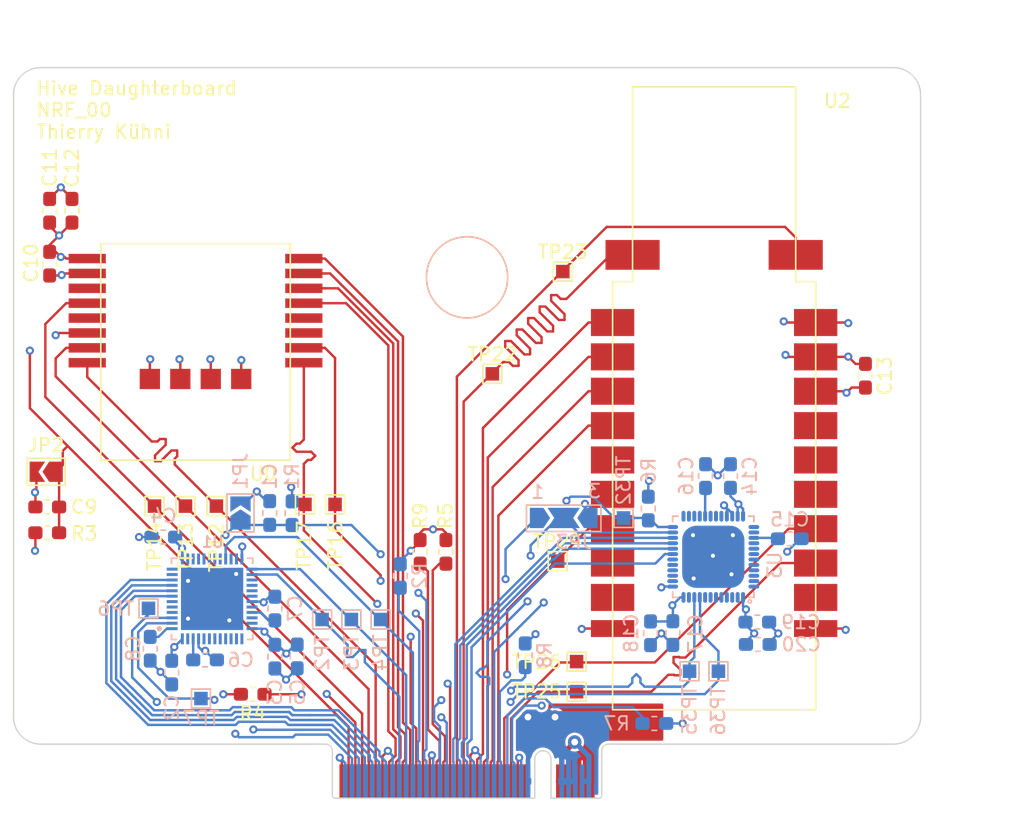
<source format=kicad_pcb>
(kicad_pcb (version 20171130) (host pcbnew "(5.1.5)-3")
  (title_block (title NRF_00) (date 2021-11-17) (rev 0) (company probe-rs))
  (layers (0 F.Cu signal) (1 GND.Cu signal) (2 PWR_SIG.Cu signal) (31 B.Cu signal) (34 B.Paste user) (35 F.Paste user) (36 B.SilkS user) (37 F.SilkS user) (38 B.Mask user) (39 F.Mask user) (44 Edge.Cuts user))
  (net 0 "")
  (net 1 GND)
  (net 2 "/Target 2/UART_RxD2")
  (net 3 "/Target 2/UART_TxD2")
  (net 4 "/Target 2/GPIO2.3")
  (net 5 "/Target 2/GPIO2.2")
  (net 6 "/Target 2/GPIO2.1")
  (net 7 "/Target 2/GPIO2.0")
  (net 8 "/Target 2/TMS|SWDIO_2")
  (net 9 "/Target 2/TCK|SWDCLK_2")
  (net 10 "/Target 2/TDO|SWO_2")
  (net 11 "/Target 2/TDI|NC_2")
  (net 12 "/Target 2/RST_2")
  (net 13 "/Target 3/RST_3")
  (net 14 "/Target 3/TDI|NC_3")
  (net 15 "/Target 3/TDO|SWO_3")
  (net 16 "/Target 3/TCK|SWDCLK_3")
  (net 17 "/Target 3/TMS|SWDIO_3")
  (net 18 "/Target 3/GPIO3.0")
  (net 19 "/Target 3/GPIO3.1")
  (net 20 "/Target 3/GPIO3.2")
  (net 21 "/Target 3/GPIO3.3")
  (net 22 "/Target 3/UART_TxD3")
  (net 23 "/Target 3/UART_RxD3")
  (net 24 "/Target 1/GPIO1.2")
  (net 25 "/Target 1/GPIO1.1")
  (net 26 "/Target 1/TMS|SWDIO_1")
  (net 27 "/Target 1/TCK|SWDCLK_1")
  (net 28 "/Target 1/TDO|SWO_1")
  (net 29 "/Target 1/TDI|NC_1")
  (net 30 "/Target 1/RST_1")
  (net 31 "/Target 1/GPIO1.0")
  (net 32 "/Target 0/TCK|SWDCLK_0")
  (net 33 "/Target 0/TMS|SWDIO_0")
  (net 34 "/Target 0/GPIO0.1")
  (net 35 "/Target 0/GPIO0.2")
  (net 36 "/Target 0/GPIO0.3")
  (net 37 "/Target 0/UART_TxD0")
  (net 38 "/Target 0/UART_RxD0")
  (net 39 "/Target 0/GPIO0.0")
  (net 40 "/Target 0/TDO|SWO_0")
  (net 41 "/Target 0/TDI|NC_0")
  (net 42 "/Target 0/RST_0")
  (net 43 +3V3)
  (net 44 +5V)
  (net 45 "/Target 1/GPIO1.3")
  (net 46 "/Target 1/UART_TxD1")
  (net 47 "/Target 1/UART_RxD1")
  (net 48 "Net-(C6-Pad2)")
  (net 49 "Net-(C7-Pad2)")
  (net 50 "Net-(C8-Pad2)")
  (net 51 "Net-(C15-Pad2)")
  (net 52 "Net-(C16-Pad2)")
  (net 53 "Net-(U0-Pad11)")
  (net 54 "Net-(U0-Pad13)")
  (net 55 "Net-(U0-Pad3)")
  (net 56 "Net-(U0-Pad4)")
  (net 57 "Net-(U1-Pad47)")
  (net 58 "Net-(U1-Pad44)")
  (net 59 "Net-(U1-Pad43)")
  (net 60 "Net-(U1-Pad42)")
  (net 61 "Net-(U1-Pad41)")
  (net 62 "Net-(U1-Pad40)")
  (net 63 "Net-(U1-Pad39)")
  (net 64 "Net-(U1-Pad38)")
  (net 65 "Net-(U1-Pad37)")
  (net 66 "Net-(U1-Pad35)")
  (net 67 "Net-(U1-Pad34)")
  (net 68 "Net-(U1-Pad32)")
  (net 69 "Net-(U1-Pad30)")
  (net 70 "Net-(U1-Pad29)")
  (net 71 "Net-(U1-Pad28)")
  (net 72 "Net-(U1-Pad27)")
  (net 73 "Net-(U1-Pad23)")
  (net 74 "Net-(U1-Pad22)")
  (net 75 "Net-(U1-Pad20)")
  (net 76 "Net-(U1-Pad19)")
  (net 77 "Net-(U1-Pad18)")
  (net 78 "Net-(U1-Pad17)")
  (net 79 "Net-(U1-Pad16)")
  (net 80 "Net-(U1-Pad15)")
  (net 81 "Net-(U1-Pad14)")
  (net 82 "Net-(U1-Pad12)")
  (net 83 "Net-(U1-Pad11)")
  (net 84 "Net-(U1-Pad6)")
  (net 85 "Net-(U1-Pad5)")
  (net 86 "Net-(U1-Pad4)")
  (net 87 "Net-(U2-Pad10)")
  (net 88 "Net-(U2-Pad9)")
  (net 89 "Net-(U2-Pad7)")
  (net 90 "Net-(U2-Pad6)")
  (net 91 "Net-(U2-Pad18)")
  (net 92 "Net-(U2-Pad17)")
  (net 93 "Net-(U2-Pad16)")
  (net 94 "Net-(U2-Pad13)")
  (net 95 "Net-(U3-Pad48)")
  (net 96 "Net-(U3-Pad47)")
  (net 97 "Net-(U3-Pad46)")
  (net 98 "Net-(U3-Pad45)")
  (net 99 "Net-(U3-Pad44)")
  (net 100 "Net-(U3-Pad43)")
  (net 101 "Net-(U3-Pad42)")
  (net 102 "Net-(U3-Pad41)")
  (net 103 "Net-(U3-Pad40)")
  (net 104 "Net-(U3-Pad38)")
  (net 105 "Net-(U3-Pad37)")
  (net 106 "Net-(U3-Pad32)")
  (net 107 "Net-(U3-Pad31)")
  (net 108 "Net-(U3-Pad30)")
  (net 109 "Net-(U3-Pad28)")
  (net 110 "Net-(U3-Pad27)")
  (net 111 "Net-(U3-Pad26)")
  (net 112 "Net-(U3-Pad25)")
  (net 113 "Net-(U3-Pad18)")
  (net 114 "Net-(U3-Pad17)")
  (net 115 "Net-(U3-Pad16)")
  (net 116 "Net-(U3-Pad15)")
  (net 117 "Net-(U3-Pad14)")
  (net 118 "Net-(U3-Pad11)")
  (net 119 "Net-(U3-Pad8)")
  (net 120 "Net-(U3-Pad7)")
  (net 121 "Net-(U3-Pad6)")
  (net 122 "Net-(U3-Pad5)")
  (net 123 "Net-(U3-Pad4)")
  (net 124 "Net-(U3-Pad3)")
  (net 125 "Net-(U3-Pad2)")
  (module hive_daughterboard:NRF51822-QFAC-R7 (layer B.Cu) (at 166.689 113.157 90)
    (fp_text reference U3 (at -0.625545 4.539025 90) (layer B.SilkS) (effects (font (size 1.00089 1.00089)) (justify mirror)))
    (fp_text value QFN40P600X600X90-49N)
    (pad 49 smd roundrect (at 0 0 90) (size 4.6 4.6) (layers B.Cu B.Mask) (roundrect_rratio 0.23) (net 1 GND))
    (pad 48 smd oval (at -2.2 3 90) (size 0.3 0.8) (layers B.Cu B.Paste) (net 95 "Net-(U3-Pad48)"))
    (pad 47 smd oval (at -1.8 3 90) (size 0.3 0.8) (layers B.Cu B.Paste) (net 96 "Net-(U3-Pad47)"))
    (pad 46 smd oval (at -1.4 3 90) (size 0.3 0.8) (layers B.Cu B.Paste) (net 97 "Net-(U3-Pad46)"))
    (pad 45 smd oval (at -1 3 90) (size 0.3 0.8) (layers B.Cu B.Paste) (net 98 "Net-(U3-Pad45)"))
    (pad 44 smd oval (at -0.6 3 90) (size 0.3 0.8) (layers B.Cu B.Paste) (net 99 "Net-(U3-Pad44)"))
    (pad 43 smd oval (at -0.2 3 90) (size 0.3 0.8) (layers B.Cu B.Paste) (net 100 "Net-(U3-Pad43)"))
    (pad 42 smd oval (at 0.2 3 90) (size 0.3 0.8) (layers B.Cu B.Paste) (net 101 "Net-(U3-Pad42)"))
    (pad 41 smd oval (at 0.6 3 90) (size 0.3 0.8) (layers B.Cu B.Paste) (net 102 "Net-(U3-Pad41)"))
    (pad 40 smd oval (at 1 3 90) (size 0.3 0.8) (layers B.Cu B.Paste) (net 103 "Net-(U3-Pad40)"))
    (pad 39 smd oval (at 1.4 3 90) (size 0.3 0.8) (layers B.Cu B.Paste) (net 51 "Net-(C15-Pad2)"))
    (pad 38 smd oval (at 1.8 3 90) (size 0.3 0.8) (layers B.Cu B.Paste) (net 104 "Net-(U3-Pad38)"))
    (pad 37 smd oval (at 2.2 3 90) (size 0.3 0.8) (layers B.Cu B.Paste) (net 105 "Net-(U3-Pad37)"))
    (pad 36 smd oval (at 3 2.2 90) (size 0.8 0.3) (layers B.Cu B.Paste) (net 43 +3V3))
    (pad 35 smd oval (at 3 1.8 90) (size 0.8 0.3) (layers B.Cu B.Paste) (net 43 +3V3))
    (pad 34 smd oval (at 3 1.4 90) (size 0.8 0.3) (layers B.Cu B.Paste) (net 1 GND))
    (pad 33 smd oval (at 3 1 90) (size 0.8 0.3) (layers B.Cu B.Paste) (net 1 GND))
    (pad 32 smd oval (at 3 0.6 90) (size 0.8 0.3) (layers B.Cu B.Paste) (net 106 "Net-(U3-Pad32)"))
    (pad 31 smd oval (at 3 0.2 90) (size 0.8 0.3) (layers B.Cu B.Paste) (net 107 "Net-(U3-Pad31)"))
    (pad 30 smd oval (at 3 -0.2 90) (size 0.8 0.3) (layers B.Cu B.Paste) (net 108 "Net-(U3-Pad30)"))
    (pad 29 smd oval (at 3 -0.6 90) (size 0.8 0.3) (layers B.Cu B.Paste) (net 52 "Net-(C16-Pad2)"))
    (pad 28 smd oval (at 3 -1 90) (size 0.8 0.3) (layers B.Cu B.Paste) (net 109 "Net-(U3-Pad28)"))
    (pad 27 smd oval (at 3 -1.4 90) (size 0.8 0.3) (layers B.Cu B.Paste) (net 110 "Net-(U3-Pad27)"))
    (pad 26 smd oval (at 3 -1.8 90) (size 0.8 0.3) (layers B.Cu B.Paste) (net 111 "Net-(U3-Pad26)"))
    (pad 25 smd oval (at 3 -2.2 90) (size 0.8 0.3) (layers B.Cu B.Paste) (net 112 "Net-(U3-Pad25)"))
    (pad 24 smd oval (at 2.2 -3 90) (size 0.3 0.8) (layers B.Cu B.Paste) (net 16 "/Target 3/TCK|SWDCLK_3"))
    (pad 23 smd oval (at 1.8 -3 90) (size 0.3 0.8) (layers B.Cu B.Paste) (net 17 "/Target 3/TMS|SWDIO_3"))
    (pad 22 smd oval (at 1.4 -3 90) (size 0.3 0.8) (layers B.Cu B.Paste) (net 21 "/Target 3/GPIO3.3"))
    (pad 21 smd oval (at 1 -3 90) (size 0.3 0.8) (layers B.Cu B.Paste) (net 20 "/Target 3/GPIO3.2"))
    (pad 20 smd oval (at 0.6 -3 90) (size 0.3 0.8) (layers B.Cu B.Paste) (net 19 "/Target 3/GPIO3.1"))
    (pad 19 smd oval (at 0.2 -3 90) (size 0.3 0.8) (layers B.Cu B.Paste) (net 18 "/Target 3/GPIO3.0"))
    (pad 18 smd oval (at -0.2 -3 90) (size 0.3 0.8) (layers B.Cu B.Paste) (net 113 "Net-(U3-Pad18)"))
    (pad 17 smd oval (at -0.6 -3 90) (size 0.3 0.8) (layers B.Cu B.Paste) (net 114 "Net-(U3-Pad17)"))
    (pad 16 smd oval (at -1 -3 90) (size 0.3 0.8) (layers B.Cu B.Paste) (net 115 "Net-(U3-Pad16)"))
    (pad 15 smd oval (at -1.4 -3 90) (size 0.3 0.8) (layers B.Cu B.Paste) (net 116 "Net-(U3-Pad15)"))
    (pad 14 smd oval (at -1.8 -3 90) (size 0.3 0.8) (layers B.Cu B.Paste) (net 117 "Net-(U3-Pad14)"))
    (pad 13 smd oval (at -2.2 -3 90) (size 0.3 0.8) (layers B.Cu B.Paste) (net 1 GND))
    (pad 12 smd oval (at -3 -2.2 90) (size 0.8 0.3) (layers B.Cu B.Paste) (net 43 +3V3))
    (pad 11 smd oval (at -3 -1.8 90) (size 0.8 0.3) (layers B.Cu B.Paste) (net 118 "Net-(U3-Pad11)"))
    (pad 10 smd oval (at -3 -1.4 90) (size 0.8 0.3) (layers B.Cu B.Paste) (net 23 "/Target 3/UART_RxD3"))
    (pad 9 smd oval (at -3 -1 90) (size 0.8 0.3) (layers B.Cu B.Paste) (net 22 "/Target 3/UART_TxD3"))
    (pad 8 smd oval (at -3 -0.6 90) (size 0.8 0.3) (layers B.Cu B.Paste) (net 119 "Net-(U3-Pad8)"))
    (pad 7 smd oval (at -3 -0.2 90) (size 0.8 0.3) (layers B.Cu B.Paste) (net 120 "Net-(U3-Pad7)"))
    (pad 6 smd oval (at -3 0.2 90) (size 0.8 0.3) (layers B.Cu B.Paste) (net 121 "Net-(U3-Pad6)"))
    (pad 5 smd oval (at -3 0.6 90) (size 0.8 0.3) (layers B.Cu B.Paste) (net 122 "Net-(U3-Pad5)"))
    (pad 4 smd oval (at -3 1 90) (size 0.8 0.3) (layers B.Cu B.Paste) (net 123 "Net-(U3-Pad4)"))
    (pad 3 smd oval (at -3 1.4 90) (size 0.8 0.3) (layers B.Cu B.Paste) (net 124 "Net-(U3-Pad3)"))
    (pad 2 smd oval (at -3 1.8 90) (size 0.8 0.3) (layers B.Cu B.Paste) (net 125 "Net-(U3-Pad2)"))
    (pad 1 smd oval (at -3 2.2 90) (size 0.8 0.3) (layers B.Cu B.Paste) (net 43 +3V3))
  )
  (module hive_daughterboard:NRF52840-USB-DONGLE (layer F.Cu) (at 166.7525 124.46)
    (fp_text reference U2 (at 9.1 -45) (layer F.SilkS))
    (fp_text value NRF52840-USB-DONGLE)
    (pad 1 smd rect (at -6.025 -33.62) (size 4 2.2) (layers F.Cu F.Paste F.Mask) (net 8 "/Target 2/TMS|SWDIO_2"))
    (pad 22 smd rect (at 6.025 -33.62) (size 4 2.2) (layers F.Cu F.Paste F.Mask) (net 9 "/Target 2/TCK|SWDCLK_2"))
    (pad 10 smd rect (at -7.5 -8.3) (size 3.2 2) (layers F.Cu F.Paste F.Mask) (net 87 "Net-(U2-Pad10)"))
    (pad 11 smd rect (at -7.5 -6) (size 3.2 1.25) (layers F.Cu F.Paste F.Mask) (net 1 GND))
    (pad 9 smd rect (at -7.5 -10.84) (size 3.2 2) (layers F.Cu F.Paste F.Mask) (net 88 "Net-(U2-Pad9)"))
    (pad 8 smd rect (at -7.5 -13.38) (size 3.2 2) (layers F.Cu F.Paste F.Mask) (net 10 "/Target 2/TDO|SWO_2"))
    (pad 7 smd rect (at -7.5 -15.92) (size 3.2 2) (layers F.Cu F.Paste F.Mask) (net 89 "Net-(U2-Pad7)"))
    (pad 5 smd rect (at -7.5 -21) (size 3.2 2) (layers F.Cu F.Paste F.Mask) (net 4 "/Target 2/GPIO2.3"))
    (pad 4 smd rect (at -7.5 -23.54) (size 3.2 2) (layers F.Cu F.Paste F.Mask) (net 5 "/Target 2/GPIO2.2"))
    (pad 3 smd rect (at -7.5 -26.08) (size 3.2 2) (layers F.Cu F.Paste F.Mask) (net 6 "/Target 2/GPIO2.1"))
    (pad 6 smd rect (at -7.5 -18.46) (size 3.2 2) (layers F.Cu F.Paste F.Mask) (net 90 "Net-(U2-Pad6)"))
    (pad 2 smd rect (at -7.5 -28.62) (size 3.2 2) (layers F.Cu F.Paste F.Mask) (net 7 "/Target 2/GPIO2.0"))
    (pad 21 smd rect (at 7.5 -28.62) (size 3.2 2) (layers F.Cu F.Paste F.Mask) (net 43 +3V3))
    (pad 20 smd rect (at 7.5 -26.08) (size 3.2 2) (layers F.Cu F.Paste F.Mask) (net 43 +3V3))
    (pad 19 smd rect (at 7.5 -23.54) (size 3.2 2) (layers F.Cu F.Paste F.Mask) (net 1 GND))
    (pad 18 smd rect (at 7.5 -21) (size 3.2 2) (layers F.Cu F.Paste F.Mask) (net 91 "Net-(U2-Pad18)"))
    (pad 17 smd rect (at 7.5 -18.46) (size 3.2 2) (layers F.Cu F.Paste F.Mask) (net 92 "Net-(U2-Pad17)"))
    (pad 16 smd rect (at 7.5 -15.92) (size 3.2 2) (layers F.Cu F.Paste F.Mask) (net 93 "Net-(U2-Pad16)"))
    (pad 15 smd rect (at 7.5 -13.38) (size 3.2 2) (layers F.Cu F.Paste F.Mask) (net 3 "/Target 2/UART_TxD2"))
    (pad 14 smd rect (at 7.5 -10.84) (size 3.2 2) (layers F.Cu F.Paste F.Mask) (net 2 "/Target 2/UART_RxD2"))
    (pad 13 smd rect (at 7.5 -8.3) (size 3.2 2) (layers F.Cu F.Paste F.Mask) (net 94 "Net-(U2-Pad13)"))
    (pad 12 smd rect (at 7.5 -6) (size 3.2 1.25) (layers F.Cu F.Paste F.Mask) (net 1 GND))
  )
  (module hive_daughterboard:nRF52832-QFAB-T (layer B.Cu) (at 129.6685 116.2685)
    (fp_text reference U1 (at 0.0381 -4.2037) (layer B.SilkS) (effects (font (size 0.8 0.8)) (justify mirror)))
    (fp_text value nRF52832-QFAB-T)
    (pad 49 smd rect (at 0 0) (size 4.6 4.6) (layers B.Cu B.Mask) (net 1 GND))
    (pad 48 smd rect (at -2.2 2.95) (size 0.22 0.81) (layers B.Cu B.Paste B.Mask) (net 43 +3V3))
    (pad 47 smd rect (at -1.8 2.95) (size 0.22 0.81) (layers B.Cu B.Paste B.Mask) (net 57 "Net-(U1-Pad47)"))
    (pad 46 smd rect (at -1.4 2.95) (size 0.22 0.81) (layers B.Cu B.Paste B.Mask) (net 48 "Net-(C6-Pad2)"))
    (pad 45 smd rect (at -1 2.95) (size 0.22 0.81) (layers B.Cu B.Paste B.Mask) (net 1 GND))
    (pad 44 smd rect (at -0.6 2.95) (size 0.22 0.81) (layers B.Cu B.Paste B.Mask) (net 58 "Net-(U1-Pad44)"))
    (pad 43 smd rect (at -0.2 2.95) (size 0.22 0.81) (layers B.Cu B.Paste B.Mask) (net 59 "Net-(U1-Pad43)"))
    (pad 42 smd rect (at 0.2 2.95) (size 0.22 0.81) (layers B.Cu B.Paste B.Mask) (net 60 "Net-(U1-Pad42)"))
    (pad 41 smd rect (at 0.6 2.95) (size 0.22 0.81) (layers B.Cu B.Paste B.Mask) (net 61 "Net-(U1-Pad41)"))
    (pad 40 smd rect (at 1 2.95) (size 0.22 0.81) (layers B.Cu B.Paste B.Mask) (net 62 "Net-(U1-Pad40)"))
    (pad 39 smd rect (at 1.4 2.95) (size 0.22 0.81) (layers B.Cu B.Paste B.Mask) (net 63 "Net-(U1-Pad39)"))
    (pad 38 smd rect (at 1.8 2.95) (size 0.22 0.81) (layers B.Cu B.Paste B.Mask) (net 64 "Net-(U1-Pad38)"))
    (pad 37 smd rect (at 2.2 2.95) (size 0.22 0.81) (layers B.Cu B.Paste B.Mask) (net 65 "Net-(U1-Pad37)"))
    (pad 36 smd rect (at 2.95 2.2) (size 0.81 0.22) (layers B.Cu B.Paste B.Mask) (net 43 +3V3))
    (pad 35 smd rect (at 2.95 1.8) (size 0.81 0.22) (layers B.Cu B.Paste B.Mask) (net 66 "Net-(U1-Pad35)"))
    (pad 34 smd rect (at 2.95 1.4) (size 0.81 0.22) (layers B.Cu B.Paste B.Mask) (net 67 "Net-(U1-Pad34)"))
    (pad 33 smd rect (at 2.95 1) (size 0.81 0.22) (layers B.Cu B.Paste B.Mask) (net 49 "Net-(C7-Pad2)"))
    (pad 32 smd rect (at 2.95 0.6) (size 0.81 0.22) (layers B.Cu B.Paste B.Mask) (net 68 "Net-(U1-Pad32)"))
    (pad 31 smd rect (at 2.95 0.2) (size 0.81 0.22) (layers B.Cu B.Paste B.Mask) (net 1 GND))
    (pad 30 smd rect (at 2.95 -0.2) (size 0.81 0.22) (layers B.Cu B.Paste B.Mask) (net 69 "Net-(U1-Pad30)"))
    (pad 29 smd rect (at 2.95 -0.6) (size 0.81 0.22) (layers B.Cu B.Paste B.Mask) (net 70 "Net-(U1-Pad29)"))
    (pad 28 smd rect (at 2.95 -1) (size 0.81 0.22) (layers B.Cu B.Paste B.Mask) (net 71 "Net-(U1-Pad28)"))
    (pad 27 smd rect (at 2.95 -1.4) (size 0.81 0.22) (layers B.Cu B.Paste B.Mask) (net 72 "Net-(U1-Pad27)"))
    (pad 26 smd rect (at 2.95 -1.8) (size 0.81 0.22) (layers B.Cu B.Paste B.Mask) (net 26 "/Target 1/TMS|SWDIO_1"))
    (pad 25 smd rect (at 2.95 -2.2) (size 0.81 0.22) (layers B.Cu B.Paste B.Mask) (net 27 "/Target 1/TCK|SWDCLK_1"))
    (pad 24 smd rect (at 2.2 -2.95) (size 0.22 0.81) (layers B.Cu B.Paste B.Mask) (net 30 "/Target 1/RST_1"))
    (pad 23 smd rect (at 1.8 -2.95) (size 0.22 0.81) (layers B.Cu B.Paste B.Mask) (net 73 "Net-(U1-Pad23)"))
    (pad 22 smd rect (at 1.4 -2.95) (size 0.22 0.81) (layers B.Cu B.Paste B.Mask) (net 74 "Net-(U1-Pad22)"))
    (pad 21 smd rect (at 1 -2.95) (size 0.22 0.81) (layers B.Cu B.Paste B.Mask) (net 28 "/Target 1/TDO|SWO_1"))
    (pad 20 smd rect (at 0.6 -2.95) (size 0.22 0.81) (layers B.Cu B.Paste B.Mask) (net 75 "Net-(U1-Pad20)"))
    (pad 19 smd rect (at 0.2 -2.95) (size 0.22 0.81) (layers B.Cu B.Paste B.Mask) (net 76 "Net-(U1-Pad19)"))
    (pad 18 smd rect (at -0.2 -2.95) (size 0.22 0.81) (layers B.Cu B.Paste B.Mask) (net 77 "Net-(U1-Pad18)"))
    (pad 17 smd rect (at -0.6 -2.95) (size 0.22 0.81) (layers B.Cu B.Paste B.Mask) (net 78 "Net-(U1-Pad17)"))
    (pad 16 smd rect (at -1 -2.95) (size 0.22 0.81) (layers B.Cu B.Paste B.Mask) (net 79 "Net-(U1-Pad16)"))
    (pad 15 smd rect (at -1.4 -2.95) (size 0.22 0.81) (layers B.Cu B.Paste B.Mask) (net 80 "Net-(U1-Pad15)"))
    (pad 14 smd rect (at -1.8 -2.95) (size 0.22 0.81) (layers B.Cu B.Paste B.Mask) (net 81 "Net-(U1-Pad14)"))
    (pad 13 smd rect (at -2.2 -2.95) (size 0.22 0.81) (layers B.Cu B.Paste B.Mask) (net 43 +3V3))
    (pad 12 smd rect (at -2.95 -2.2) (size 0.81 0.22) (layers B.Cu B.Paste B.Mask) (net 82 "Net-(U1-Pad12)"))
    (pad 11 smd rect (at -2.95 -1.8) (size 0.81 0.22) (layers B.Cu B.Paste B.Mask) (net 83 "Net-(U1-Pad11)"))
    (pad 10 smd rect (at -2.95 -1.4) (size 0.81 0.22) (layers B.Cu B.Paste B.Mask) (net 45 "/Target 1/GPIO1.3"))
    (pad 9 smd rect (at -2.95 -1) (size 0.81 0.22) (layers B.Cu B.Paste B.Mask) (net 24 "/Target 1/GPIO1.2"))
    (pad 8 smd rect (at -2.95 -0.6) (size 0.81 0.22) (layers B.Cu B.Paste B.Mask) (net 25 "/Target 1/GPIO1.1"))
    (pad 7 smd rect (at -2.95 -0.2) (size 0.81 0.22) (layers B.Cu B.Paste B.Mask) (net 31 "/Target 1/GPIO1.0"))
    (pad 6 smd rect (at -2.95 0.2) (size 0.81 0.22) (layers B.Cu B.Paste B.Mask) (net 84 "Net-(U1-Pad6)"))
    (pad 5 smd rect (at -2.95 0.6) (size 0.81 0.22) (layers B.Cu B.Paste B.Mask) (net 85 "Net-(U1-Pad5)"))
    (pad 4 smd rect (at -2.95 1) (size 0.81 0.22) (layers B.Cu B.Paste B.Mask) (net 86 "Net-(U1-Pad4)"))
    (pad 3 smd rect (at -2.95 1.4) (size 0.81 0.22) (layers B.Cu B.Paste B.Mask) (net 47 "/Target 1/UART_RxD1"))
    (pad 2 smd rect (at -2.95 1.8) (size 0.81 0.22) (layers B.Cu B.Paste B.Mask) (net 46 "/Target 1/UART_TxD1"))
    (pad 1 smd rect (at -2.95 2.2) (size 0.81 0.22) (layers B.Cu B.Paste B.Mask) (net 50 "Net-(C8-Pad2)"))
  )
  (module hive_daughterboard:BT40E (layer F.Cu) (at 128.444 90.0125 180)
    (fp_text reference U0 (at -5 -17) (layer F.SilkS))
    (fp_text value BT40E)
    (pad 9 smd rect (at 8 -1.1 180) (size 2.75 0.7) (layers F.Cu F.Paste F.Mask) (net 43 +3V3))
    (pad 11 smd rect (at 8 -3.3 180) (size 2.75 0.7) (layers F.Cu F.Paste F.Mask) (net 53 "Net-(U0-Pad11)"))
    (pad 10 smd rect (at 8 -2.2 180) (size 2.75 0.7) (layers F.Cu F.Paste F.Mask) (net 1 GND))
    (pad 13 smd rect (at 8 -5.5 180) (size 2.75 0.7) (layers F.Cu F.Paste F.Mask) (net 54 "Net-(U0-Pad13)"))
    (pad 12 smd rect (at 8 -4.4 180) (size 2.75 0.7) (layers F.Cu F.Paste F.Mask) (net 40 "/Target 0/TDO|SWO_0"))
    (pad 14 smd rect (at 8 -6.6 180) (size 2.75 0.7) (layers F.Cu F.Paste F.Mask) (net 42 "/Target 0/RST_0"))
    (pad 15 smd rect (at 8 -7.7 180) (size 2.75 0.7) (layers F.Cu F.Paste F.Mask) (net 32 "/Target 0/TCK|SWDCLK_0"))
    (pad 16 smd rect (at 8 -8.8 180) (size 2.75 0.7) (layers F.Cu F.Paste F.Mask) (net 33 "/Target 0/TMS|SWDIO_0"))
    (pad 1 smd rect (at -8 -8.8 180) (size 2.75 0.7) (layers F.Cu F.Paste F.Mask) (net 37 "/Target 0/UART_TxD0"))
    (pad 2 smd rect (at -8 -7.7 180) (size 2.75 0.7) (layers F.Cu F.Paste F.Mask) (net 38 "/Target 0/UART_RxD0"))
    (pad 3 smd rect (at -8 -6.6 180) (size 2.75 0.7) (layers F.Cu F.Paste F.Mask) (net 55 "Net-(U0-Pad3)"))
    (pad 4 smd rect (at -8 -5.5 180) (size 2.75 0.7) (layers F.Cu F.Paste F.Mask) (net 56 "Net-(U0-Pad4)"))
    (pad 5 smd rect (at -8 -4.4 180) (size 2.75 0.7) (layers F.Cu F.Paste F.Mask) (net 39 "/Target 0/GPIO0.0"))
    (pad 6 smd rect (at -8 -3.3 180) (size 2.75 0.7) (layers F.Cu F.Paste F.Mask) (net 34 "/Target 0/GPIO0.1"))
    (pad 7 smd rect (at -8 -2.2 180) (size 2.75 0.7) (layers F.Cu F.Paste F.Mask) (net 35 "/Target 0/GPIO0.2"))
    (pad 8 smd rect (at -8 -1.1 180) (size 2.75 0.7) (layers F.Cu F.Paste F.Mask) (net 36 "/Target 0/GPIO0.3"))
    (pad H2 smd rect (at 1.125 -10 180) (size 1.5 1.5) (layers F.Cu F.Paste F.Mask) (net 1 GND))
    (pad H3 smd rect (at 3.375 -10 180) (size 1.5 1.5) (layers F.Cu F.Paste F.Mask) (net 1 GND))
    (pad H1 smd rect (at -1.125 -10 180) (size 1.5 1.5) (layers F.Cu F.Paste F.Mask) (net 1 GND))
    (pad H0 smd rect (at -3.375 -10 180) (size 1.5 1.5) (layers F.Cu F.Paste F.Mask) (net 1 GND))
  )
  (module TestPoint:TestPoint_Pad_1.0x1.0mm (layer B.Cu) (at 167.07 121.6152)
    (fp_text reference TP36 (at -0.0254 2.921 90) (layer B.SilkS) (effects (justify mirror)))
    (fp_text value UART_RX)
    (pad 1 smd rect (at 0 0) (size 1 1) (layers B.Cu B.Mask) (net 22 "/Target 3/UART_TxD3"))
  )
  (module TestPoint:TestPoint_Pad_1.0x1.0mm (layer B.Cu) (at 164.9364 121.6152)
    (fp_text reference TP35 (at 0 2.8956 90) (layer B.SilkS) (effects (justify mirror)))
    (fp_text value UART_TX)
    (pad 1 smd rect (at 0 0) (size 1 1) (layers B.Cu B.Mask) (net 23 "/Target 3/UART_RxD3"))
  )
  (module TestPoint:TestPoint_Pad_1.0x1.0mm (layer B.Cu) (at 160.0596 110.2868)
    (fp_text reference TP32 (at 0 -2.7686 90) (layer B.SilkS) (effects (justify mirror)))
    (fp_text value SWDCLK)
    (pad 1 smd rect (at 0 0) (size 1 1) (layers B.Cu B.Mask) (net 16 "/Target 3/TCK|SWDCLK_3"))
  )
  (module TestPoint:TestPoint_Pad_1.0x1.0mm (layer F.Cu) (at 156.5925 120.904)
    (fp_text reference TP26 (at -2.9337 0.0254) (layer F.SilkS))
    (fp_text value UART_RX)
    (pad 1 smd rect (at 0 0) (size 1 1) (layers F.Cu F.Mask) (net 3 "/Target 2/UART_TxD2"))
  )
  (module TestPoint:TestPoint_Pad_1.0x1.0mm (layer F.Cu) (at 156.5925 123.1265)
    (fp_text reference TP25 (at -2.9337 -0.0127) (layer F.SilkS))
    (fp_text value UART_TX)
    (pad 1 smd rect (at 0 0) (size 1 1) (layers F.Cu F.Mask) (net 2 "/Target 2/UART_RxD2"))
  )
  (module TestPoint:TestPoint_Pad_1.0x1.0mm (layer F.Cu) (at 155.1955 113.4745)
    (fp_text reference TP24 (at 0 -1.448) (layer F.SilkS))
    (fp_text value SWO)
    (pad 1 smd rect (at 0 0) (size 1 1) (layers F.Cu F.Mask) (net 10 "/Target 2/TDO|SWO_2"))
  )
  (module TestPoint:TestPoint_Pad_1.0x1.0mm (layer F.Cu) (at 155.5765 92.075)
    (fp_text reference TP23 (at 0 -1.448) (layer F.SilkS))
    (fp_text value SWDCLK)
    (pad 1 smd rect (at 0 0) (size 1 1) (layers F.Cu F.Mask) (net 9 "/Target 2/TCK|SWDCLK_2"))
  )
  (module TestPoint:TestPoint_Pad_1.0x1.0mm (layer F.Cu) (at 150.3695 99.6315)
    (fp_text reference TP22 (at 0 -1.448) (layer F.SilkS))
    (fp_text value SWDIO)
    (pad 1 smd rect (at 0 0) (size 1 1) (layers F.Cu F.Mask) (net 8 "/Target 2/TMS|SWDIO_2"))
  )
  (module TestPoint:TestPoint_Pad_1.0x1.0mm (layer F.Cu) (at 136.5265 109.2835)
    (fp_text reference TP17 (at -0.0635 3.0353 90) (layer F.SilkS))
    (fp_text value UART_RX)
    (pad 1 smd rect (at 0 0) (size 1 1) (layers F.Cu F.Mask) (net 37 "/Target 0/UART_TxD0"))
  )
  (module TestPoint:TestPoint_Pad_1.0x1.0mm (layer F.Cu) (at 138.749 109.2835)
    (fp_text reference TP16 (at 0.0254 3.0353 90) (layer F.SilkS))
    (fp_text value UART_TX)
    (pad 1 smd rect (at 0 0) (size 1 1) (layers F.Cu F.Mask) (net 38 "/Target 0/UART_RxD0"))
  )
  (module TestPoint:TestPoint_Pad_1.0x1.0mm (layer F.Cu) (at 125.414 109.4105)
    (fp_text reference TP14 (at 0 2.9845 90) (layer F.SilkS))
    (fp_text value SWO)
    (pad 1 smd rect (at 0 0) (size 1 1) (layers F.Cu F.Mask) (net 40 "/Target 0/TDO|SWO_0"))
  )
  (module TestPoint:TestPoint_Pad_1.0x1.0mm (layer F.Cu) (at 127.7 109.4105)
    (fp_text reference TP13 (at 0.0254 3.0099 90) (layer F.SilkS))
    (fp_text value SWDCLK)
    (pad 1 smd rect (at 0 0) (size 1 1) (layers F.Cu F.Mask) (net 32 "/Target 0/TCK|SWDCLK_0"))
  )
  (module TestPoint:TestPoint_Pad_1.0x1.0mm (layer F.Cu) (at 129.986 109.4105)
    (fp_text reference TP12 (at 0 3.0607 90) (layer F.SilkS))
    (fp_text value SWDIO)
    (pad 1 smd rect (at 0 0) (size 1 1) (layers F.Cu F.Mask) (net 33 "/Target 0/TMS|SWDIO_0"))
  )
  (module TestPoint:TestPoint_Pad_1.0x1.0mm (layer B.Cu) (at 128.843 123.6345)
    (fp_text reference TP7 (at 0 1.448) (layer B.SilkS) (effects (justify mirror)))
    (fp_text value UART_RX)
    (pad 1 smd rect (at 0 0) (size 1 1) (layers B.Cu B.Mask) (net 46 "/Target 1/UART_TxD1"))
  )
  (module TestPoint:TestPoint_Pad_1.0x1.0mm (layer B.Cu) (at 124.9695 116.967)
    (fp_text reference TP6 (at -2.4257 0.0254) (layer B.SilkS) (effects (justify mirror)))
    (fp_text value UART_TX)
    (pad 1 smd rect (at 0 0) (size 1 1) (layers B.Cu B.Mask) (net 47 "/Target 1/UART_RxD1"))
  )
  (module TestPoint:TestPoint_Pad_1.0x1.0mm (layer B.Cu) (at 142.1145 117.7925)
    (fp_text reference TP4 (at -0.0127 2.4511 90) (layer B.SilkS) (effects (justify mirror)))
    (fp_text value SWO)
    (pad 1 smd rect (at 0 0) (size 1 1) (layers B.Cu B.Mask) (net 28 "/Target 1/TDO|SWO_1"))
  )
  (module TestPoint:TestPoint_Pad_1.0x1.0mm (layer B.Cu) (at 139.9555 117.7925)
    (fp_text reference TP3 (at 0.0127 2.4511 90) (layer B.SilkS) (effects (justify mirror)))
    (fp_text value SWDCLK)
    (pad 1 smd rect (at 0 0) (size 1 1) (layers B.Cu B.Mask) (net 27 "/Target 1/TCK|SWDCLK_1"))
  )
  (module TestPoint:TestPoint_Pad_1.0x1.0mm (layer B.Cu) (at 137.7965 117.7925)
    (fp_text reference TP2 (at 0 2.4511 90) (layer B.SilkS) (effects (justify mirror)))
    (fp_text value SWDIO)
    (pad 1 smd rect (at 0 0) (size 1 1) (layers B.Cu B.Mask) (net 26 "/Target 1/TMS|SWDIO_1"))
  )
  (module Resistor_SMD:R_0603_1608Metric_Pad1.05x0.95mm_HandSolder (layer F.Cu) (at 145.0355 112.79 90)
    (fp_text reference R9 (at 2.6556 0.0127 90) (layer F.SilkS))
    (fp_text value 100k)
    (pad 2 smd roundrect (at 0.875 0 90) (size 1.05 0.95) (layers F.Cu F.Paste F.Mask) (net 1 GND))
    (pad 1 smd roundrect (at -0.875 0 90) (size 1.05 0.95) (layers F.Cu F.Paste F.Mask) (net 12 "/Target 2/RST_2"))
  )
  (module Resistor_SMD:R_0603_1608Metric_Pad1.05x0.95mm_HandSolder (layer B.Cu) (at 152.7952 120.4354 90)
    (fp_text reference R8 (at 0 1.43 90) (layer B.SilkS) (effects (justify mirror)))
    (fp_text value 100k)
    (pad 2 smd roundrect (at 0.875 0 90) (size 1.05 0.95) (layers B.Cu B.Paste B.Mask) (net 1 GND))
    (pad 1 smd roundrect (at -0.875 0 90) (size 1.05 0.95) (layers B.Cu B.Paste B.Mask) (net 15 "/Target 3/TDO|SWO_3"))
  )
  (module Resistor_SMD:R_0603_1608Metric_Pad1.05x0.95mm_HandSolder (layer B.Cu) (at 162.3342 125.476)
    (fp_text reference R7 (at -2.7826 0) (layer B.SilkS) (effects (justify mirror)))
    (fp_text value 100k)
    (pad 2 smd roundrect (at 0.875 0) (size 1.05 0.95) (layers B.Cu B.Paste B.Mask) (net 1 GND))
    (pad 1 smd roundrect (at -0.875 0) (size 1.05 0.95) (layers B.Cu B.Paste B.Mask) (net 14 "/Target 3/TDI|NC_3"))
  )
  (module Resistor_SMD:R_0603_1608Metric_Pad1.05x0.95mm_HandSolder (layer B.Cu) (at 161.8884 109.587 90)
    (fp_text reference R6 (at 2.78 0.0254 90) (layer B.SilkS) (effects (justify mirror)))
    (fp_text value 1k)
    (pad 2 smd roundrect (at 0.875 0 90) (size 1.05 0.95) (layers B.Cu B.Paste B.Mask) (net 1 GND))
    (pad 1 smd roundrect (at -0.875 0 90) (size 1.05 0.95) (layers B.Cu B.Paste B.Mask) (net 16 "/Target 3/TCK|SWDCLK_3"))
  )
  (module Resistor_SMD:R_0603_1608Metric_Pad1.05x0.95mm_HandSolder (layer F.Cu) (at 146.9405 112.79 90)
    (fp_text reference R5 (at 2.6556 -0.0381 90) (layer F.SilkS))
    (fp_text value 100k)
    (pad 2 smd roundrect (at 0.875 0 90) (size 1.05 0.95) (layers F.Cu F.Paste F.Mask) (net 1 GND))
    (pad 1 smd roundrect (at -0.875 0 90) (size 1.05 0.95) (layers F.Cu F.Paste F.Mask) (net 11 "/Target 2/TDI|NC_2"))
  )
  (module Resistor_SMD:R_0603_1608Metric_Pad1.05x0.95mm_HandSolder (layer F.Cu) (at 132.667 123.317 180)
    (fp_text reference R4 (at 0 -1.43) (layer F.SilkS))
    (fp_text value 100k)
    (pad 2 smd roundrect (at 0.875 0 180) (size 1.05 0.95) (layers F.Cu F.Paste F.Mask) (net 1 GND))
    (pad 1 smd roundrect (at -0.875 0 180) (size 1.05 0.95) (layers F.Cu F.Paste F.Mask) (net 41 "/Target 0/TDI|NC_0"))
  )
  (module Resistor_SMD:R_0603_1608Metric_Pad1.05x0.95mm_HandSolder (layer F.Cu) (at 117.4905 111.379 180)
    (fp_text reference R3 (at -2.7419 -0.0508) (layer F.SilkS))
    (fp_text value 100k)
    (pad 2 smd roundrect (at 0.875 0 180) (size 1.05 0.95) (layers F.Cu F.Paste F.Mask) (net 43 +3V3))
    (pad 1 smd roundrect (at -0.875 0 180) (size 1.05 0.95) (layers F.Cu F.Paste F.Mask) (net 42 "/Target 0/RST_0"))
  )
  (module Resistor_SMD:R_0603_1608Metric_Pad1.05x0.95mm_HandSolder (layer B.Cu) (at 143.575 114.568 90)
    (fp_text reference R2 (at 0 1.43 90) (layer B.SilkS) (effects (justify mirror)))
    (fp_text value 100k)
    (pad 2 smd roundrect (at 0.875 0 90) (size 1.05 0.95) (layers B.Cu B.Paste B.Mask) (net 1 GND))
    (pad 1 smd roundrect (at -0.875 0 90) (size 1.05 0.95) (layers B.Cu B.Paste B.Mask) (net 29 "/Target 1/TDI|NC_1"))
  )
  (module Resistor_SMD:R_0603_1608Metric_Pad1.05x0.95mm_HandSolder (layer B.Cu) (at 135.574 109.9325 90)
    (fp_text reference R1 (at 2.7191 0 90) (layer B.SilkS) (effects (justify mirror)))
    (fp_text value 100k)
    (pad 2 smd roundrect (at 0.875 0 90) (size 1.05 0.95) (layers B.Cu B.Paste B.Mask) (net 43 +3V3))
    (pad 1 smd roundrect (at -0.875 0 90) (size 1.05 0.95) (layers B.Cu B.Paste B.Mask) (net 30 "/Target 1/RST_1"))
  )
  (module Jumper:SolderJumper-3_P2.0mm_Open_TrianglePad1.0x1.5mm_NumberLabels (layer B.Cu) (at 155.64 110.2868)
    (fp_text reference JP3 (at 0.725 1.775) (layer B.SilkS) (effects (justify mirror)))
    (fp_text value NRST_DEBUG)
    (fp_text user 1 (at -1.9304 -1.9304) (layer B.SilkS) (effects (justify mirror)))
    (fp_text user 3 (at 2.2606 -1.9812) (layer B.SilkS) (effects (justify mirror)))
    (pad 3 smd custom (at 2 0 180) (size 0.3 0.3) (layers B.Cu B.Mask) (net 1 GND) (options (clearance outline) (anchor rect)) (primitives (gr_poly (pts (xy -0.5 0.75) (xy 0.5 0.75) (xy 1 0) (xy 0.5 -0.75) (xy -0.5 -0.75)) (width 0))))
    (pad 2 smd custom (at 0 0) (size 0.3 0.3) (layers B.Cu) (net 17 "/Target 3/TMS|SWDIO_3") (options (clearance outline) (anchor rect)) (primitives (gr_poly (pts (xy -1.2 0.75) (xy 1.2 0.75) (xy 0.7 0) (xy 1.2 -0.75) (xy -1.2 -0.75) (xy -0.7 0)) (width 0))))
    (pad 1 smd custom (at -2 0) (size 0.3 0.3) (layers B.Cu B.Mask) (net 13 "/Target 3/RST_3") (options (clearance outline) (anchor rect)) (primitives (gr_poly (pts (xy -0.5 0.75) (xy 0.5 0.75) (xy 1 0) (xy 0.5 -0.75) (xy -0.5 -0.75)) (width 0))))
  )
  (module Jumper:SolderJumper-2_P1.3mm_Open_TrianglePad1.0x1.5mm (layer F.Cu) (at 117.413 106.8705 180)
    (fp_text reference JP2 (at 0.0254 1.9685) (layer F.SilkS))
    (fp_text value NRST)
    (pad 1 smd custom (at -0.725 0 180) (size 0.3 0.3) (layers F.Cu F.Mask) (net 42 "/Target 0/RST_0") (options (clearance outline) (anchor rect)) (primitives (gr_poly (pts (xy -0.5 -0.75) (xy 0.5 -0.75) (xy 1 0) (xy 0.5 0.75) (xy -0.5 0.75)) (width 0))))
    (pad 2 smd custom (at 0.725 0 180) (size 0.3 0.3) (layers F.Cu F.Mask) (net 1 GND) (options (clearance outline) (anchor rect)) (primitives (gr_poly (pts (xy -0.65 -0.75) (xy 0.5 -0.75) (xy 0.5 0.75) (xy -0.65 0.75) (xy -0.15 0)) (width 0))))
  )
  (module Jumper:SolderJumper-2_P1.3mm_Open_TrianglePad1.0x1.5mm (layer B.Cu) (at 131.764 109.9185 90)
    (fp_text reference JP1 (at 3.0861 0 90) (layer B.SilkS) (effects (justify mirror)))
    (fp_text value NRST)
    (pad 1 smd custom (at -0.725 0 90) (size 0.3 0.3) (layers B.Cu B.Mask) (net 30 "/Target 1/RST_1") (options (clearance outline) (anchor rect)) (primitives (gr_poly (pts (xy -0.5 0.75) (xy 0.5 0.75) (xy 1 0) (xy 0.5 -0.75) (xy -0.5 -0.75)) (width 0))))
    (pad 2 smd custom (at 0.725 0 90) (size 0.3 0.3) (layers B.Cu B.Mask) (net 1 GND) (options (clearance outline) (anchor rect)) (primitives (gr_poly (pts (xy -0.65 0.75) (xy 0.5 0.75) (xy 0.5 -0.75) (xy -0.65 -0.75) (xy -0.15 0)) (width 0))))
  )
  (module Capacitor_SMD:C_0603_1608Metric_Pad1.05x0.95mm_HandSolder (layer B.Cu) (at 169.977 119.634)
    (fp_text reference C20 (at 3.2144 0) (layer B.SilkS) (effects (justify mirror)))
    (fp_text value 4.7u)
    (pad 2 smd roundrect (at 0.875 0) (size 1.05 0.95) (layers B.Cu B.Paste B.Mask) (net 1 GND))
    (pad 1 smd roundrect (at -0.875 0) (size 1.05 0.95) (layers B.Cu B.Paste B.Mask) (net 43 +3V3))
  )
  (module Capacitor_SMD:C_0603_1608Metric_Pad1.05x0.95mm_HandSolder (layer B.Cu) (at 169.9415 117.983)
    (fp_text reference C19 (at 3.2245 0) (layer B.SilkS) (effects (justify mirror)))
    (fp_text value 100n)
    (pad 2 smd roundrect (at 0.875 0) (size 1.05 0.95) (layers B.Cu B.Paste B.Mask) (net 1 GND))
    (pad 1 smd roundrect (at -0.875 0) (size 1.05 0.95) (layers B.Cu B.Paste B.Mask) (net 43 +3V3))
  )
  (module Capacitor_SMD:C_0603_1608Metric_Pad1.05x0.95mm_HandSolder (layer B.Cu) (at 162.0535 118.8085 270)
    (fp_text reference C18 (at 0 1.43 90) (layer B.SilkS) (effects (justify mirror)))
    (fp_text value 100n)
    (pad 2 smd roundrect (at 0.875 0 270) (size 1.05 0.95) (layers B.Cu B.Paste B.Mask) (net 1 GND))
    (pad 1 smd roundrect (at -0.875 0 270) (size 1.05 0.95) (layers B.Cu B.Paste B.Mask) (net 43 +3V3))
  )
  (module Capacitor_SMD:C_0603_1608Metric_Pad1.05x0.95mm_HandSolder (layer B.Cu) (at 163.7045 118.7945 270)
    (fp_text reference C17 (at 0.0521 -1.6637 90) (layer B.SilkS) (effects (justify mirror)))
    (fp_text value 100n)
    (pad 2 smd roundrect (at 0.875 0 270) (size 1.05 0.95) (layers B.Cu B.Paste B.Mask) (net 1 GND))
    (pad 1 smd roundrect (at -0.875 0 270) (size 1.05 0.95) (layers B.Cu B.Paste B.Mask) (net 43 +3V3))
  )
  (module Capacitor_SMD:C_0603_1608Metric_Pad1.05x0.95mm_HandSolder (layer B.Cu) (at 166.1175 107.188 270)
    (fp_text reference C16 (at 0 1.43 90) (layer B.SilkS) (effects (justify mirror)))
    (fp_text value 100n)
    (pad 2 smd roundrect (at 0.875 0 270) (size 1.05 0.95) (layers B.Cu B.Paste B.Mask) (net 52 "Net-(C16-Pad2)"))
    (pad 1 smd roundrect (at -0.875 0 270) (size 1.05 0.95) (layers B.Cu B.Paste B.Mask) (net 1 GND))
  )
  (module Capacitor_SMD:C_0603_1608Metric_Pad1.05x0.95mm_HandSolder (layer B.Cu) (at 172.3405 111.8235 180)
    (fp_text reference C15 (at 0 1.43) (layer B.SilkS) (effects (justify mirror)))
    (fp_text value 100n)
    (pad 2 smd roundrect (at 0.875 0 180) (size 1.05 0.95) (layers B.Cu B.Paste B.Mask) (net 51 "Net-(C15-Pad2)"))
    (pad 1 smd roundrect (at -0.875 0 180) (size 1.05 0.95) (layers B.Cu B.Paste B.Mask) (net 1 GND))
  )
  (module Capacitor_SMD:C_0603_1608Metric_Pad1.05x0.95mm_HandSolder (layer B.Cu) (at 167.959 107.188 90)
    (fp_text reference C14 (at 0 1.43 90) (layer B.SilkS) (effects (justify mirror)))
    (fp_text value 100n)
    (pad 2 smd roundrect (at 0.875 0 90) (size 1.05 0.95) (layers B.Cu B.Paste B.Mask) (net 1 GND))
    (pad 1 smd roundrect (at -0.875 0 90) (size 1.05 0.95) (layers B.Cu B.Paste B.Mask) (net 43 +3V3))
  )
  (module Capacitor_SMD:C_0603_1608Metric_Pad1.05x0.95mm_HandSolder (layer F.Cu) (at 177.9285 99.7725 270)
    (fp_text reference C13 (at 0 -1.43 270) (layer F.SilkS))
    (fp_text value 10u)
    (pad 2 smd roundrect (at 0.875 0 270) (size 1.05 0.95) (layers F.Cu F.Paste F.Mask) (net 1 GND))
    (pad 1 smd roundrect (at -0.875 0 270) (size 1.05 0.95) (layers F.Cu F.Paste F.Mask) (net 43 +3V3))
  )
  (module Capacitor_SMD:C_0603_1608Metric_Pad1.05x0.95mm_HandSolder (layer F.Cu) (at 119.318 87.5805 90)
    (fp_text reference C12 (at 3.1763 0 90) (layer F.SilkS))
    (fp_text value 10u)
    (pad 2 smd roundrect (at 0.875 0 90) (size 1.05 0.95) (layers F.Cu F.Paste F.Mask) (net 1 GND))
    (pad 1 smd roundrect (at -0.875 0 90) (size 1.05 0.95) (layers F.Cu F.Paste F.Mask) (net 43 +3V3))
  )
  (module Capacitor_SMD:C_0603_1608Metric_Pad1.05x0.95mm_HandSolder (layer F.Cu) (at 117.667 87.5805 90)
    (fp_text reference C11 (at 3.2017 0 90) (layer F.SilkS))
    (fp_text value 4.7u)
    (pad 2 smd roundrect (at 0.875 0 90) (size 1.05 0.95) (layers F.Cu F.Paste F.Mask) (net 1 GND))
    (pad 1 smd roundrect (at -0.875 0 90) (size 1.05 0.95) (layers F.Cu F.Paste F.Mask) (net 43 +3V3))
  )
  (module Capacitor_SMD:C_0603_1608Metric_Pad1.05x0.95mm_HandSolder (layer F.Cu) (at 117.667 91.4895 270)
    (fp_text reference C10 (at -0.0495 1.3716 90) (layer F.SilkS))
    (fp_text value 100n)
    (pad 2 smd roundrect (at 0.875 0 270) (size 1.05 0.95) (layers F.Cu F.Paste F.Mask) (net 1 GND))
    (pad 1 smd roundrect (at -0.875 0 270) (size 1.05 0.95) (layers F.Cu F.Paste F.Mask) (net 43 +3V3))
  )
  (module Capacitor_SMD:C_0603_1608Metric_Pad1.05x0.95mm_HandSolder (layer F.Cu) (at 117.4905 109.474 180)
    (fp_text reference C9 (at -2.7165 0) (layer F.SilkS))
    (fp_text value 100n)
    (pad 2 smd roundrect (at 0.875 0 180) (size 1.05 0.95) (layers F.Cu F.Paste F.Mask) (net 1 GND))
    (pad 1 smd roundrect (at -0.875 0 180) (size 1.05 0.95) (layers F.Cu F.Paste F.Mask) (net 42 "/Target 0/RST_0"))
  )
  (module Capacitor_SMD:C_0603_1608Metric_Pad1.05x0.95mm_HandSolder (layer B.Cu) (at 125.0965 119.9515 90)
    (fp_text reference C8 (at 0.0127 -1.2573 90) (layer B.SilkS) (effects (justify mirror)))
    (fp_text value 100n)
    (pad 2 smd roundrect (at 0.875 0 90) (size 1.05 0.95) (layers B.Cu B.Paste B.Mask) (net 50 "Net-(C8-Pad2)"))
    (pad 1 smd roundrect (at -0.875 0 90) (size 1.05 0.95) (layers B.Cu B.Paste B.Mask) (net 1 GND))
  )
  (module Capacitor_SMD:C_0603_1608Metric_Pad1.05x0.95mm_HandSolder (layer B.Cu) (at 134.304 116.981 270)
    (fp_text reference C7 (at -0.014 -1.4986 90) (layer B.SilkS) (effects (justify mirror)))
    (fp_text value 100p)
    (pad 2 smd roundrect (at 0.875 0 270) (size 1.05 0.95) (layers B.Cu B.Paste B.Mask) (net 49 "Net-(C7-Pad2)"))
    (pad 1 smd roundrect (at -0.875 0 270) (size 1.05 0.95) (layers B.Cu B.Paste B.Mask) (net 1 GND))
  )
  (module Capacitor_SMD:C_0603_1608Metric_Pad1.05x0.95mm_HandSolder (layer B.Cu) (at 129.1465 120.777 180)
    (fp_text reference C6 (at -2.6429 0) (layer B.SilkS) (effects (justify mirror)))
    (fp_text value 1u)
    (pad 2 smd roundrect (at 0.875 0 180) (size 1.05 0.95) (layers B.Cu B.Paste B.Mask) (net 48 "Net-(C6-Pad2)"))
    (pad 1 smd roundrect (at -0.875 0 180) (size 1.05 0.95) (layers B.Cu B.Paste B.Mask) (net 1 GND))
  )
  (module Capacitor_SMD:C_0603_1608Metric_Pad1.05x0.95mm_HandSolder (layer B.Cu) (at 135.955 120.523 90)
    (fp_text reference C5 (at -2.6416 0.0254 90) (layer B.SilkS) (effects (justify mirror)))
    (fp_text value 4.7u)
    (pad 2 smd roundrect (at 0.875 0 90) (size 1.05 0.95) (layers B.Cu B.Paste B.Mask) (net 43 +3V3))
    (pad 1 smd roundrect (at -0.875 0 90) (size 1.05 0.95) (layers B.Cu B.Paste B.Mask) (net 1 GND))
  )
  (module Capacitor_SMD:C_0603_1608Metric_Pad1.05x0.95mm_HandSolder (layer B.Cu) (at 126.063 111.6965)
    (fp_text reference C4 (at 0.0114 -1.5621) (layer B.SilkS) (effects (justify mirror)))
    (fp_text value 100n)
    (pad 2 smd roundrect (at 0.875 0) (size 1.05 0.95) (layers B.Cu B.Paste B.Mask) (net 43 +3V3))
    (pad 1 smd roundrect (at -0.875 0) (size 1.05 0.95) (layers B.Cu B.Paste B.Mask) (net 1 GND))
  )
  (module Capacitor_SMD:C_0603_1608Metric_Pad1.05x0.95mm_HandSolder (layer B.Cu) (at 134.304 120.537 90)
    (fp_text reference C3 (at -2.6276 0 90) (layer B.SilkS) (effects (justify mirror)))
    (fp_text value 100n)
    (pad 2 smd roundrect (at 0.875 0 90) (size 1.05 0.95) (layers B.Cu B.Paste B.Mask) (net 43 +3V3))
    (pad 1 smd roundrect (at -0.875 0 90) (size 1.05 0.95) (layers B.Cu B.Paste B.Mask) (net 1 GND))
  )
  (module Capacitor_SMD:C_0603_1608Metric_Pad1.05x0.95mm_HandSolder (layer B.Cu) (at 126.684 121.7155 90)
    (fp_text reference C2 (at -2.5921 0 90) (layer B.SilkS) (effects (justify mirror)))
    (fp_text value 100n)
    (pad 2 smd roundrect (at 0.875 0 90) (size 1.05 0.95) (layers B.Cu B.Paste B.Mask) (net 43 +3V3))
    (pad 1 smd roundrect (at -0.875 0 90) (size 1.05 0.95) (layers B.Cu B.Paste B.Mask) (net 1 GND))
  )
  (module Capacitor_SMD:C_0603_1608Metric_Pad1.05x0.95mm_HandSolder (layer B.Cu) (at 133.923 109.9185 90)
    (fp_text reference C1 (at 2.7051 0 90) (layer B.SilkS) (effects (justify mirror)))
    (fp_text value 100n)
    (pad 2 smd roundrect (at 0.875 0 90) (size 1.05 0.95) (layers B.Cu B.Paste B.Mask) (net 1 GND))
    (pad 1 smd roundrect (at -0.875 0 90) (size 1.05 0.95) (layers B.Cu B.Paste B.Mask) (net 30 "/Target 1/RST_1"))
  )
  (module MountingHole:MountingHole_2.7mm_M2.5 (layer F.Cu) (at 148.5 92.5)
    (fp_text reference H1 hide)
    (fp_text value MountingHoleDaughterboard hide)
    (pad 1 np_thru_hole circle (at 0 0) (size 2.7 2.7) (drill 2.7) (layers *.Cu *.Mask))
  )
  (module hive:m2_keyB (layer F.Cu) (at 148.5 131)
    (fp_text reference J1 hide)
    (fp_text value m2_keyA_67pin_daughterboard hide)
    (fp_line (start 6.2 -2.9) (end 6.2 0) (layer Edge.Cuts) (width 0.1))
    (fp_arc (start 5.6 -2.9) (end 5.6 -3.5) (angle 90) (layer Edge.Cuts) (width 0.1))
    (fp_line (start 5 -2.9) (end 5 0) (layer Edge.Cuts) (width 0.1))
    (fp_arc (start 5.6 -2.9) (end 5.6 -3.5) (angle -90) (layer Edge.Cuts) (width 0.1))
    (fp_arc (start 10.45 -3.5) (end 9.95 -3.5) (angle 90) (layer Edge.Cuts) (width 0.1))
    (fp_arc (start -10.45 -3.5) (end -10.45 -4) (angle 90) (layer Edge.Cuts) (width 0.1))
    (fp_line (start -10.8 -4) (end -10.45 -4) (layer Edge.Cuts) (width 0.1))
    (fp_line (start 10.45 -4) (end 10.8 -4) (layer Edge.Cuts) (width 0.1))
    (fp_line (start 9.95 -0.2) (end 9.95 -3.5) (layer Edge.Cuts) (width 0.1))
    (fp_arc (start 9.75 -0.2) (end 9.75 0) (angle -90) (layer Edge.Cuts) (width 0.1))
    (fp_line (start 6.2 0) (end 9.75 0) (layer Edge.Cuts) (width 0.1))
    (fp_line (start -9.75 0) (end 5 0) (layer Edge.Cuts) (width 0.1))
    (fp_arc (start -9.75 -0.2) (end -9.95 -0.2) (angle -90) (layer Edge.Cuts) (width 0.1))
    (fp_line (start -9.95 -3.5) (end -9.95 -0.2) (layer Edge.Cuts) (width 0.1))
    (pad 75 smd rect (at -9.25 -1.25) (size 0.35 2.5) (layers F.Cu F.Paste F.Mask) (net 1 GND))
    (pad 74 smd rect (at -9 -1.25) (size 0.35 2.5) (layers B.Cu B.Paste B.Mask) (net 1 GND))
    (pad 73 smd rect (at -8.75 -1.25) (size 0.35 2.5) (layers F.Cu F.Paste F.Mask) (net 42 "/Target 0/RST_0"))
    (pad 72 smd rect (at -8.5 -1.25) (size 0.35 2.5) (layers B.Cu B.Paste B.Mask) (net 47 "/Target 1/UART_RxD1"))
    (pad 71 smd rect (at -8.25 -1.25) (size 0.35 2.5) (layers F.Cu F.Paste F.Mask) (net 41 "/Target 0/TDI|NC_0"))
    (pad 70 smd rect (at -8 -1.25) (size 0.35 2.5) (layers B.Cu B.Paste B.Mask) (net 46 "/Target 1/UART_TxD1"))
    (pad 69 smd rect (at -7.75 -1.25) (size 0.35 2.5) (layers F.Cu F.Paste F.Mask) (net 40 "/Target 0/TDO|SWO_0"))
    (pad 68 smd rect (at -7.5 -1.25) (size 0.35 2.5) (layers B.Cu B.Paste B.Mask) (net 45 "/Target 1/GPIO1.3"))
    (pad 67 smd rect (at -7.25 -1.25) (size 0.35 2.5) (layers F.Cu F.Paste F.Mask) (net 32 "/Target 0/TCK|SWDCLK_0"))
    (pad 66 smd rect (at -7 -1.25) (size 0.35 2.5) (layers B.Cu B.Paste B.Mask) (net 24 "/Target 1/GPIO1.2"))
    (pad 65 smd rect (at -6.75 -1.25) (size 0.35 2.5) (layers F.Cu F.Paste F.Mask) (net 33 "/Target 0/TMS|SWDIO_0"))
    (pad 64 smd rect (at -6.5 -1.25) (size 0.35 2.5) (layers B.Cu B.Paste B.Mask) (net 25 "/Target 1/GPIO1.1"))
    (pad 63 smd rect (at -6.25 -1.25) (size 0.35 2.5) (layers F.Cu F.Paste F.Mask) (net 1 GND))
    (pad 62 smd rect (at -6 -1.25) (size 0.35 2.5) (layers B.Cu B.Paste B.Mask) (net 31 "/Target 1/GPIO1.0"))
    (pad 61 smd rect (at -5.75 -1.25) (size 0.35 2.5) (layers F.Cu F.Paste F.Mask) (net 39 "/Target 0/GPIO0.0"))
    (pad 60 smd rect (at -5.5 -1.25) (size 0.35 2.5) (layers B.Cu B.Paste B.Mask) (net 1 GND))
    (pad 59 smd rect (at -5.25 -1.25) (size 0.35 2.5) (layers F.Cu F.Paste F.Mask) (net 34 "/Target 0/GPIO0.1"))
    (pad 58 smd rect (at -5 -1.25) (size 0.35 2.5) (layers B.Cu B.Paste B.Mask) (net 26 "/Target 1/TMS|SWDIO_1"))
    (pad 57 smd rect (at -4.75 -1.25) (size 0.35 2.5) (layers F.Cu F.Paste F.Mask) (net 35 "/Target 0/GPIO0.2"))
    (pad 56 smd rect (at -4.5 -1.25) (size 0.35 2.5) (layers B.Cu B.Paste B.Mask) (net 27 "/Target 1/TCK|SWDCLK_1"))
    (pad 55 smd rect (at -4.25 -1.25) (size 0.35 2.5) (layers F.Cu F.Paste F.Mask) (net 36 "/Target 0/GPIO0.3"))
    (pad 54 smd rect (at -4 -1.25) (size 0.35 2.5) (layers B.Cu B.Paste B.Mask) (net 28 "/Target 1/TDO|SWO_1"))
    (pad 53 smd rect (at -3.75 -1.25) (size 0.35 2.5) (layers F.Cu F.Paste F.Mask) (net 37 "/Target 0/UART_TxD0"))
    (pad 52 smd rect (at -3.5 -1.25) (size 0.35 2.5) (layers B.Cu B.Paste B.Mask) (net 29 "/Target 1/TDI|NC_1"))
    (pad 51 smd rect (at -3.25 -1.25) (size 0.35 2.5) (layers F.Cu F.Paste F.Mask) (net 38 "/Target 0/UART_RxD0"))
    (pad 50 smd rect (at -3 -1.25) (size 0.35 2.5) (layers B.Cu B.Paste B.Mask) (net 30 "/Target 1/RST_1"))
    (pad 49 smd rect (at -2.75 -1.25) (size 0.35 2.5) (layers F.Cu F.Paste F.Mask) (net 1 GND))
    (pad 48 smd rect (at -2.5 -1.25) (size 0.35 2.5) (layers B.Cu B.Paste B.Mask) (net 1 GND))
    (pad 47 smd rect (at -2.25 -1.25) (size 0.35 2.5) (layers F.Cu F.Paste F.Mask) (net 12 "/Target 2/RST_2"))
    (pad 46 smd rect (at -2 -1.25) (size 0.35 2.5) (layers B.Cu B.Paste B.Mask) (net 23 "/Target 3/UART_RxD3"))
    (pad 45 smd rect (at -1.75 -1.25) (size 0.35 2.5) (layers F.Cu F.Paste F.Mask) (net 11 "/Target 2/TDI|NC_2"))
    (pad 44 smd rect (at -1.5 -1.25) (size 0.35 2.5) (layers B.Cu B.Paste B.Mask) (net 22 "/Target 3/UART_TxD3"))
    (pad 43 smd rect (at -1.25 -1.25) (size 0.35 2.5) (layers F.Cu F.Paste F.Mask) (net 10 "/Target 2/TDO|SWO_2"))
    (pad 42 smd rect (at -1 -1.25) (size 0.35 2.5) (layers B.Cu B.Paste B.Mask) (net 21 "/Target 3/GPIO3.3"))
    (pad 41 smd rect (at -0.75 -1.25) (size 0.35 2.5) (layers F.Cu F.Paste F.Mask) (net 9 "/Target 2/TCK|SWDCLK_2"))
    (pad 40 smd rect (at -0.5 -1.25) (size 0.35 2.5) (layers B.Cu B.Paste B.Mask) (net 20 "/Target 3/GPIO3.2"))
    (pad 39 smd rect (at -0.25 -1.25) (size 0.35 2.5) (layers F.Cu F.Paste F.Mask) (net 8 "/Target 2/TMS|SWDIO_2"))
    (pad 38 smd rect (at 0 -1.25) (size 0.35 2.5) (layers B.Cu B.Paste B.Mask) (net 19 "/Target 3/GPIO3.1"))
    (pad 37 smd rect (at 0.25 -1.25) (size 0.35 2.5) (layers F.Cu F.Paste F.Mask) (net 1 GND))
    (pad 36 smd rect (at 0.5 -1.25) (size 0.35 2.5) (layers B.Cu B.Paste B.Mask) (net 18 "/Target 3/GPIO3.0"))
    (pad 35 smd rect (at 0.75 -1.25) (size 0.35 2.5) (layers F.Cu F.Paste F.Mask) (net 7 "/Target 2/GPIO2.0"))
    (pad 34 smd rect (at 1 -1.25) (size 0.35 2.5) (layers B.Cu B.Paste B.Mask) (net 1 GND))
    (pad 33 smd rect (at 1.25 -1.25) (size 0.35 2.5) (layers F.Cu F.Paste F.Mask) (net 6 "/Target 2/GPIO2.1"))
    (pad 32 smd rect (at 1.5 -1.25) (size 0.35 2.5) (layers B.Cu B.Paste B.Mask) (net 17 "/Target 3/TMS|SWDIO_3"))
    (pad 31 smd rect (at 1.75 -1.25) (size 0.35 2.5) (layers F.Cu F.Paste F.Mask) (net 5 "/Target 2/GPIO2.2"))
    (pad 30 smd rect (at 2 -1.25) (size 0.35 2.5) (layers B.Cu B.Paste B.Mask) (net 16 "/Target 3/TCK|SWDCLK_3"))
    (pad 29 smd rect (at 2.25 -1.25) (size 0.35 2.5) (layers F.Cu F.Paste F.Mask) (net 4 "/Target 2/GPIO2.3"))
    (pad 28 smd rect (at 2.5 -1.25) (size 0.35 2.5) (layers B.Cu B.Paste B.Mask) (net 15 "/Target 3/TDO|SWO_3"))
    (pad 27 smd rect (at 2.75 -1.25) (size 0.35 2.5) (layers F.Cu F.Paste F.Mask) (net 3 "/Target 2/UART_TxD2"))
    (pad 26 smd rect (at 3 -1.25) (size 0.35 2.5) (layers B.Cu B.Paste B.Mask) (net 14 "/Target 3/TDI|NC_3"))
    (pad 25 smd rect (at 3.25 -1.25) (size 0.35 2.5) (layers F.Cu F.Paste F.Mask) (net 2 "/Target 2/UART_RxD2"))
    (pad 24 smd rect (at 3.5 -1.25) (size 0.35 2.5) (layers B.Cu B.Paste B.Mask) (net 13 "/Target 3/RST_3"))
    (pad 23 smd rect (at 3.75 -1.25) (size 0.35 2.5) (layers F.Cu F.Paste F.Mask) (net 1 GND))
    (pad 22 smd rect (at 4 -1.25) (size 0.35 2.5) (layers B.Cu B.Paste B.Mask) (net 1 GND))
    (pad 21 smd rect (at 4.25 -1.25) (size 0.35 2.5) (layers F.Cu F.Paste F.Mask) (net 43 +3V3))
    (pad 20 smd rect (at 4.5 -1.25) (size 0.35 2.5) (layers B.Cu B.Paste B.Mask) (net 43 +3V3))
    (pad 11 smd rect (at 6.75 -1.25) (size 0.35 2.5) (layers F.Cu F.Paste F.Mask) (net 1 GND))
    (pad 10 smd rect (at 7 -1.25) (size 0.35 2.5) (layers B.Cu B.Paste B.Mask) (net 43 +3V3))
    (pad 9 smd rect (at 7.25 -1.25) (size 0.35 2.5) (layers F.Cu F.Paste F.Mask) (net 1 GND))
    (pad 8 smd rect (at 7.5 -1.25) (size 0.35 2.5) (layers B.Cu B.Paste B.Mask) (net 43 +3V3))
    (pad 7 smd rect (at 7.75 -1.25) (size 0.35 2.5) (layers F.Cu F.Paste F.Mask) (net 44 +5V))
    (pad 6 smd rect (at 8 -1.25) (size 0.35 2.5) (layers B.Cu B.Paste B.Mask) (net 43 +3V3))
    (pad 5 smd rect (at 8.25 -1.25) (size 0.35 2.5) (layers F.Cu F.Paste F.Mask) (net 44 +5V))
    (pad 4 smd rect (at 8.5 -1.25) (size 0.35 2.5) (layers B.Cu B.Paste B.Mask) (net 1 GND))
    (pad 3 smd rect (at 8.75 -1.25) (size 0.35 2.5) (layers F.Cu F.Paste F.Mask) (net 44 +5V))
    (pad 2 smd rect (at 9 -1.25) (size 0.35 2.5) (layers B.Cu B.Paste B.Mask) (net 1 GND))
    (pad 1 smd rect (at 9.25 -1.25) (size 0.35 2.5) (layers F.Cu F.Paste F.Mask) (net 44 +5V))
  )
  (gr_arc (start 180 79) (end 182 79) (angle -90) (layer Edge.Cuts) (width 0.1))
  (gr_circle (center 148.5 92.5) (end 151.5 92.5) (layer B.SilkS) (width 0.12))
  (gr_circle (center 148.5 92.5) (end 148.5 89.5) (layer F.SilkS) (width 0.12))
  (gr_line (start 117 127) (end 137.7 127) (layer Edge.Cuts) (width 0.1))
  (gr_line (start 159.3 127) (end 180 127) (layer Edge.Cuts) (width 0.1))
  (gr_text "Hive Daughterboard\nNRF_00\nThierry Kühni" (at 116.5875 80.137) (layer F.SilkS) (effects (font (size 1 1)) (justify left)))
  (gr_line (start 117 77) (end 180 77) (layer Edge.Cuts) (width 0.1))
  (gr_line (start 182 125) (end 182 79) (layer Edge.Cuts) (width 0.1))
  (gr_arc (start 117 79) (end 117 77) (angle -90) (layer Edge.Cuts) (width 0.1))
  (gr_line (start 115 125) (end 115 79) (layer Edge.Cuts) (width 0.1))
  (gr_arc (start 180 125) (end 180 127) (angle -90) (layer Edge.Cuts) (width 0.1))
  (gr_arc (start 117 125) (end 115 125) (angle -90) (layer Edge.Cuts) (width 0.1))
  (via (at 168.0352 114.4524) (size 0.6) (drill 0.3) (layers F.Cu B.Cu) (net 1))
  (via (at 166.6636 113.0808) (size 0.6) (drill 0.3) (layers F.Cu B.Cu) (net 1))
  (via (at 165.2412 114.7572) (size 0.6) (drill 0.3) (layers F.Cu B.Cu) (net 1))
  (via (at 165.1904 111.5568) (size 0.6) (drill 0.3) (layers F.Cu B.Cu) (net 1))
  (via (at 168.1368 111.5568) (size 0.6) (drill 0.3) (layers F.Cu B.Cu) (net 1))
  (via (at 130.9385 117.856) (size 0.8) (drill 0.3) (layers F.Cu B.Cu) (net 1))
  (via (at 127.8905 117.729) (size 0.8) (drill 0.3) (layers F.Cu B.Cu) (net 1))
  (via (at 127.8905 114.935) (size 0.8) (drill 0.3) (layers F.Cu B.Cu) (net 1))
  (via (at 131.4465 114.427) (size 0.8) (drill 0.3) (layers F.Cu B.Cu) (net 1))
  (segment (start 157.25 129.75) (end 157.048001 129.75) (width 0.386) (layer B.Cu) (net 1))
  (segment (start 157.5 129.75) (end 157.25 129.75) (width 0.386) (layer B.Cu) (net 1))
  (via (at 139.1 128) (size 0.6) (drill 0.3) (layers F.Cu B.Cu) (net 1))
  (segment (start 139.25 129.75) (end 139.25 128.15) (width 0.18) (layer F.Cu) (net 1))
  (segment (start 139.25 128.15) (end 139.1 128) (width 0.18) (layer F.Cu) (net 1))
  (segment (start 139.5 128.4) (end 139.1 128) (width 0.18) (layer B.Cu) (net 1))
  (segment (start 139.5 129.75) (end 139.5 128.4) (width 0.18) (layer B.Cu) (net 1))
  (segment (start 143 127.849996) (end 142.949999 127.799995) (width 0.18) (layer B.Cu) (net 1))
  (segment (start 142.949999 127.799995) (end 142.65 127.499996) (width 0.18) (layer B.Cu) (net 1))
  (via (at 142.65 127.499996) (size 0.6) (drill 0.3) (layers F.Cu B.Cu) (net 1))
  (segment (start 143 129.75) (end 143 127.849996) (width 0.18) (layer B.Cu) (net 1))
  (segment (start 142.25 127.899996) (end 142.65 127.499996) (width 0.18) (layer F.Cu) (net 1))
  (segment (start 142.25 129.75) (end 142.25 127.899996) (width 0.18) (layer F.Cu) (net 1))
  (via (at 149.1 127.449998) (size 0.6) (drill 0.3) (layers F.Cu B.Cu) (net 1))
  (segment (start 149.5 127.849998) (end 149.1 127.449998) (width 0.18) (layer B.Cu) (net 1))
  (segment (start 148.75 129.75) (end 148.75 127.799998) (width 0.18) (layer F.Cu) (net 1))
  (segment (start 149.5 129.75) (end 149.5 127.849998) (width 0.18) (layer B.Cu) (net 1))
  (segment (start 148.75 127.799998) (end 149.1 127.449998) (width 0.18) (layer F.Cu) (net 1))
  (segment (start 152.25 129.75) (end 152.25 128.1) (width 0.18) (layer F.Cu) (net 1))
  (segment (start 152.5 128.15) (end 152.35 128) (width 0.18) (layer B.Cu) (net 1))
  (segment (start 152.5 129.75) (end 152.5 128.15) (width 0.18) (layer B.Cu) (net 1))
  (via (at 152.35 128) (size 0.6) (drill 0.3) (layers F.Cu B.Cu) (net 1))
  (segment (start 152.25 128.1) (end 152.35 128) (width 0.18) (layer F.Cu) (net 1))
  (segment (start 155.5 129.75) (end 155.701999 129.75) (width 0.386) (layer F.Cu) (net 1))
  (segment (start 155.25 129.75) (end 155.5 129.75) (width 0.386) (layer F.Cu) (net 1))
  (via (at 156.449988 126.85) (size 1) (drill 0.5) (layers F.Cu B.Cu) (net 1))
  (segment (start 157.5 129.75) (end 157.5 127.900012) (width 0.386) (layer B.Cu) (net 1))
  (segment (start 157.5 127.900012) (end 156.949987 127.349999) (width 0.386) (layer B.Cu) (net 1))
  (segment (start 156.949987 127.349999) (end 156.449988 126.85) (width 0.386) (layer B.Cu) (net 1))
  (segment (start 155.949989 127.349999) (end 156.449988 126.85) (width 0.386) (layer F.Cu) (net 1))
  (segment (start 155.5 129.75) (end 155.5 127.799988) (width 0.386) (layer F.Cu) (net 1))
  (segment (start 155.5 127.799988) (end 155.949989 127.349999) (width 0.386) (layer F.Cu) (net 1))
  (segment (start 146 129.75) (end 146 127.9255) (width 0.18) (layer B.Cu) (net 1))
  (segment (start 146 127.9255) (end 145.9 127.8255) (width 0.18) (layer B.Cu) (net 1))
  (via (at 145.9 127.8255) (size 0.6) (drill 0.3) (layers F.Cu B.Cu) (net 1))
  (segment (start 145.75 129.75) (end 145.75 127.9755) (width 0.18) (layer F.Cu) (net 1))
  (segment (start 145.75 127.9755) (end 145.9 127.8255) (width 0.18) (layer F.Cu) (net 1))
  (via (at 156.9735 118.491) (size 0.6) (drill 0.3) (layers F.Cu B.Cu) (net 1))
  (segment (start 159.2525 118.46) (end 157.0045 118.46) (width 0.18) (layer F.Cu) (net 1))
  (segment (start 157.0045 118.46) (end 156.9735 118.491) (width 0.18) (layer F.Cu) (net 1))
  (via (at 176.468 118.5545) (size 0.6) (drill 0.3) (layers F.Cu B.Cu) (net 1))
  (segment (start 174.2525 118.46) (end 176.3735 118.46) (width 0.18) (layer F.Cu) (net 1))
  (segment (start 176.3735 118.46) (end 176.468 118.5545) (width 0.18) (layer F.Cu) (net 1))
  (via (at 176.5315 101.0285) (size 0.6) (drill 0.3) (layers F.Cu B.Cu) (net 1))
  (segment (start 174.2525 100.92) (end 176.423 100.92) (width 0.18) (layer F.Cu) (net 1))
  (segment (start 176.423 100.92) (end 176.5315 101.0285) (width 0.18) (layer F.Cu) (net 1))
  (segment (start 146.9405 111.39) (end 146.6755 111.125) (width 0.18) (layer F.Cu) (net 1))
  (segment (start 145.0355 111.915) (end 145.0355 111.39) (width 0.18) (layer F.Cu) (net 1))
  (segment (start 146.9405 111.915) (end 146.9405 111.39) (width 0.18) (layer F.Cu) (net 1))
  (via (at 145.988 111.125) (size 0.6) (drill 0.3) (layers F.Cu B.Cu) (net 1))
  (segment (start 145.0355 111.39) (end 145.3005 111.125) (width 0.18) (layer F.Cu) (net 1))
  (segment (start 145.3005 111.125) (end 145.988 111.125) (width 0.18) (layer F.Cu) (net 1))
  (segment (start 146.6755 111.125) (end 145.988 111.125) (width 0.18) (layer F.Cu) (net 1))
  (via (at 130.494 123.317) (size 0.6) (drill 0.3) (layers F.Cu B.Cu) (net 1))
  (segment (start 131.792 123.317) (end 130.494 123.317) (width 0.18) (layer F.Cu) (net 1))
  (via (at 116.5875 108.3945) (size 0.6) (drill 0.3) (layers F.Cu B.Cu) (net 1))
  (segment (start 116.6155 109.474) (end 116.6155 108.4225) (width 0.18) (layer F.Cu) (net 1))
  (segment (start 116.6155 108.4225) (end 116.5875 108.3945) (width 0.18) (layer F.Cu) (net 1))
  (segment (start 116.688 108.294) (end 116.5875 108.3945) (width 0.18) (layer F.Cu) (net 1))
  (segment (start 116.688 106.8705) (end 116.688 108.294) (width 0.18) (layer F.Cu) (net 1))
  (via (at 125.0965 98.552) (size 0.6) (drill 0.3) (layers F.Cu B.Cu) (net 1))
  (segment (start 125.069 100.0125) (end 125.069 98.5795) (width 0.18) (layer F.Cu) (net 1))
  (segment (start 125.069 98.5795) (end 125.0965 98.552) (width 0.18) (layer F.Cu) (net 1))
  (via (at 127.2555 98.552) (size 0.6) (drill 0.3) (layers F.Cu B.Cu) (net 1))
  (segment (start 127.319 100.0125) (end 127.319 98.6155) (width 0.18) (layer F.Cu) (net 1))
  (segment (start 127.319 98.6155) (end 127.2555 98.552) (width 0.18) (layer F.Cu) (net 1))
  (via (at 129.5415 98.552) (size 0.6) (drill 0.3) (layers F.Cu B.Cu) (net 1))
  (segment (start 129.569 100.0125) (end 129.569 98.5795) (width 0.18) (layer F.Cu) (net 1))
  (segment (start 129.569 98.5795) (end 129.5415 98.552) (width 0.18) (layer F.Cu) (net 1))
  (segment (start 131.819 100.0125) (end 131.819 98.624) (width 0.18) (layer F.Cu) (net 1))
  (via (at 131.8275 98.6155) (size 0.6) (drill 0.3) (layers F.Cu B.Cu) (net 1))
  (segment (start 131.819 98.624) (end 131.8275 98.6155) (width 0.18) (layer F.Cu) (net 1))
  (via (at 118.556 92.329) (size 0.6) (drill 0.3) (layers F.Cu B.Cu) (net 1))
  (segment (start 120.444 92.2125) (end 118.6725 92.2125) (width 0.18) (layer F.Cu) (net 1))
  (segment (start 118.6725 92.2125) (end 118.556 92.329) (width 0.18) (layer F.Cu) (net 1))
  (segment (start 118.5205 92.3645) (end 118.556 92.329) (width 0.18) (layer F.Cu) (net 1))
  (segment (start 117.667 92.3645) (end 118.5205 92.3645) (width 0.18) (layer F.Cu) (net 1))
  (segment (start 117.667 86.7055) (end 117.667 86.6775) (width 0.18) (layer F.Cu) (net 1))
  (via (at 118.4925 85.852) (size 0.6) (drill 0.3) (layers F.Cu B.Cu) (net 1))
  (segment (start 117.667 86.6775) (end 118.4925 85.852) (width 0.18) (layer F.Cu) (net 1))
  (segment (start 119.318 86.6775) (end 118.4925 85.852) (width 0.18) (layer F.Cu) (net 1))
  (segment (start 119.318 86.7055) (end 119.318 86.6775) (width 0.18) (layer F.Cu) (net 1))
  (segment (start 125.0965 120.8265) (end 125.0965 120.904) (width 0.18) (layer B.Cu) (net 1))
  (via (at 125.8585 121.666) (size 0.6) (drill 0.3) (layers F.Cu B.Cu) (net 1))
  (segment (start 125.0965 120.904) (end 125.8585 121.666) (width 0.18) (layer B.Cu) (net 1))
  (segment (start 126.684 122.4915) (end 125.8585 121.666) (width 0.18) (layer B.Cu) (net 1))
  (segment (start 126.684 122.5905) (end 126.684 122.4915) (width 0.18) (layer B.Cu) (net 1))
  (via (at 129.1605 120.103502) (size 0.6) (drill 0.3) (layers F.Cu B.Cu) (net 1))
  (segment (start 130.0215 120.777) (end 129.833998 120.777) (width 0.18) (layer B.Cu) (net 1))
  (segment (start 129.833998 120.777) (end 129.1605 120.103502) (width 0.18) (layer B.Cu) (net 1))
  (segment (start 128.9525 120.103502) (end 129.1605 120.103502) (width 0.18) (layer B.Cu) (net 1))
  (segment (start 128.6685 119.819502) (end 128.9525 120.103502) (width 0.18) (layer B.Cu) (net 1))
  (segment (start 128.6685 119.2185) (end 128.6685 119.819502) (width 0.18) (layer B.Cu) (net 1))
  (via (at 133.4785 116.5225) (size 0.6) (drill 0.3) (layers F.Cu B.Cu) (net 1))
  (segment (start 134.304 116.106) (end 133.895 116.106) (width 0.18) (layer B.Cu) (net 1))
  (segment (start 133.895 116.106) (end 133.4785 116.5225) (width 0.18) (layer B.Cu) (net 1))
  (segment (start 133.4245 116.4685) (end 133.4785 116.5225) (width 0.18) (layer B.Cu) (net 1))
  (segment (start 132.6185 116.4685) (end 133.4245 116.4685) (width 0.18) (layer B.Cu) (net 1))
  (via (at 124.271 111.6965) (size 0.6) (drill 0.3) (layers F.Cu B.Cu) (net 1))
  (segment (start 125.188 111.6965) (end 124.271 111.6965) (width 0.18) (layer B.Cu) (net 1))
  (via (at 132.9705 108.331) (size 0.6) (drill 0.3) (layers F.Cu B.Cu) (net 1))
  (segment (start 133.923 109.0435) (end 133.683 109.0435) (width 0.18) (layer B.Cu) (net 1))
  (segment (start 133.683 109.0435) (end 132.9705 108.331) (width 0.18) (layer B.Cu) (net 1))
  (segment (start 132.108 109.1935) (end 132.9705 108.331) (width 0.18) (layer B.Cu) (net 1))
  (segment (start 131.764 109.1935) (end 132.108 109.1935) (width 0.18) (layer B.Cu) (net 1))
  (segment (start 135.955 121.398) (end 135.955 121.412) (width 0.18) (layer B.Cu) (net 1))
  (via (at 135.1295 122.2375) (size 0.6) (drill 0.3) (layers F.Cu B.Cu) (net 1))
  (segment (start 135.955 121.412) (end 135.1295 122.2375) (width 0.18) (layer B.Cu) (net 1))
  (segment (start 134.304 121.412) (end 135.1295 122.2375) (width 0.18) (layer B.Cu) (net 1))
  (via (at 144.33603 112.7125) (size 0.6) (drill 0.3) (layers F.Cu B.Cu) (net 1))
  (segment (start 143.575 113.693) (end 143.575 113.47353) (width 0.18) (layer B.Cu) (net 1))
  (segment (start 143.575 113.47353) (end 144.33603 112.7125) (width 0.18) (layer B.Cu) (net 1))
  (segment (start 145.0355 112.01303) (end 144.33603 112.7125) (width 0.18) (layer F.Cu) (net 1))
  (segment (start 145.0355 111.915) (end 145.0355 112.01303) (width 0.18) (layer F.Cu) (net 1))
  (segment (start 176.9125 100.6475) (end 176.5315 101.0285) (width 0.18) (layer F.Cu) (net 1))
  (segment (start 177.9285 100.6475) (end 176.9125 100.6475) (width 0.18) (layer F.Cu) (net 1))
  (segment (start 161.8884 108.712) (end 161.8884 107.5944) (width 0.18) (layer B.Cu) (net 1))
  (via (at 161.9392 107.5436) (size 0.6) (drill 0.3) (layers F.Cu B.Cu) (net 1))
  (segment (start 161.8884 107.5944) (end 161.9392 107.5436) (width 0.18) (layer B.Cu) (net 1))
  (segment (start 157.64 109.5368) (end 157.34521 109.24201) (width 0.18) (layer B.Cu) (net 1))
  (segment (start 157.34521 109.24201) (end 157.212498 109.24201) (width 0.18) (layer B.Cu) (net 1))
  (segment (start 157.64 110.2868) (end 157.64 109.5368) (width 0.18) (layer B.Cu) (net 1))
  (via (at 157.212498 109.24201) (size 0.6) (drill 0.3) (layers F.Cu B.Cu) (net 1))
  (via (at 162.8536 118.8212) (size 0.6) (drill 0.3) (layers F.Cu B.Cu) (net 1))
  (segment (start 162.0535 119.6835) (end 162.0535 119.6213) (width 0.18) (layer B.Cu) (net 1))
  (segment (start 162.0535 119.6213) (end 162.8536 118.8212) (width 0.18) (layer B.Cu) (net 1))
  (segment (start 163.7019 119.6695) (end 162.8536 118.8212) (width 0.18) (layer B.Cu) (net 1))
  (segment (start 163.7045 119.6695) (end 163.7019 119.6695) (width 0.18) (layer B.Cu) (net 1))
  (via (at 171.4896 118.8212) (size 0.6) (drill 0.3) (layers F.Cu B.Cu) (net 1))
  (segment (start 170.852 119.634) (end 170.852 119.4588) (width 0.18) (layer B.Cu) (net 1))
  (segment (start 170.852 119.4588) (end 171.4896 118.8212) (width 0.18) (layer B.Cu) (net 1))
  (segment (start 170.8165 118.1481) (end 171.4896 118.8212) (width 0.18) (layer B.Cu) (net 1))
  (segment (start 170.8165 117.983) (end 170.8165 118.1481) (width 0.18) (layer B.Cu) (net 1))
  (via (at 172.15 112.776) (size 0.6) (drill 0.3) (layers F.Cu B.Cu) (net 1))
  (segment (start 173.2155 111.8235) (end 173.1025 111.8235) (width 0.18) (layer B.Cu) (net 1))
  (segment (start 173.1025 111.8235) (end 172.15 112.776) (width 0.18) (layer B.Cu) (net 1))
  (via (at 167.0192 107.1372) (size 0.6) (drill 0.3) (layers F.Cu B.Cu) (net 1))
  (segment (start 166.1175 106.313) (end 166.195 106.313) (width 0.18) (layer B.Cu) (net 1))
  (segment (start 166.195 106.313) (end 167.0192 107.1372) (width 0.18) (layer B.Cu) (net 1))
  (segment (start 167.8434 106.313) (end 167.0192 107.1372) (width 0.18) (layer B.Cu) (net 1))
  (segment (start 167.959 106.313) (end 167.8434 106.313) (width 0.18) (layer B.Cu) (net 1))
  (via (at 167.484176 109.350217) (size 0.6) (drill 0.3) (layers F.Cu B.Cu) (net 1))
  (segment (start 167.689 110.157) (end 167.689 109.555041) (width 0.18) (layer B.Cu) (net 1))
  (segment (start 167.689 109.555041) (end 167.484176 109.350217) (width 0.18) (layer B.Cu) (net 1))
  (segment (start 168.089 109.955041) (end 167.484176 109.350217) (width 0.18) (layer B.Cu) (net 1))
  (segment (start 168.089 110.157) (end 168.089 109.955041) (width 0.18) (layer B.Cu) (net 1))
  (via (at 162.8536 115.4176) (size 0.6) (drill 0.3) (layers F.Cu B.Cu) (net 1))
  (segment (start 163.689 115.357) (end 162.9142 115.357) (width 0.18) (layer B.Cu) (net 1))
  (segment (start 162.9142 115.357) (end 162.8536 115.4176) (width 0.18) (layer B.Cu) (net 1))
  (via (at 164.4284 125.476) (size 0.6) (drill 0.3) (layers F.Cu B.Cu) (net 1))
  (segment (start 163.2092 125.476) (end 164.4284 125.476) (width 0.18) (layer B.Cu) (net 1))
  (segment (start 152.7952 119.5604) (end 152.8688 119.5604) (width 0.18) (layer B.Cu) (net 1))
  (via (at 153.5572 118.872) (size 0.6) (drill 0.3) (layers F.Cu B.Cu) (net 1))
  (segment (start 152.8688 119.5604) (end 153.5572 118.872) (width 0.18) (layer B.Cu) (net 1))
  (segment (start 171.6235 113.62) (end 174.2525 113.62) (width 0.18) (layer F.Cu) (net 2))
  (segment (start 165.924061 119.319439) (end 171.6235 113.62) (width 0.18) (layer F.Cu) (net 2))
  (segment (start 164.640743 120.60276) (end 165.924061 119.319439) (width 0.18) (layer F.Cu) (net 2))
  (segment (start 164.216479 120.60276) (end 164.640743 120.60276) (width 0.18) (layer F.Cu) (net 2))
  (segment (start 163.36795 121.87555) (end 163.792214 121.87555) (width 0.18) (layer F.Cu) (net 2))
  (segment (start 151.75 129.75) (end 151.75 125.110398) (width 0.18) (layer F.Cu) (net 2))
  (segment (start 162.117 123.1265) (end 163.36795 121.87555) (width 0.18) (layer F.Cu) (net 2))
  (segment (start 151.75 125.110398) (end 153.733898 123.1265) (width 0.18) (layer F.Cu) (net 2))
  (segment (start 163.792214 121.87555) (end 163.829662 121.912998) (width 0.18) (layer F.Cu) (net 2))
  (segment (start 163.829662 121.912998) (end 164.253926 121.912998) (width 0.18) (layer F.Cu) (net 2))
  (segment (start 164.17903 120.565311) (end 164.216479 120.60276) (width 0.18) (layer F.Cu) (net 2))
  (segment (start 163.754766 120.989574) (end 163.754766 120.56531) (width 0.18) (layer F.Cu) (net 2))
  (segment (start 153.733898 123.1265) (end 162.117 123.1265) (width 0.18) (layer F.Cu) (net 2))
  (segment (start 164.253926 121.912998) (end 164.253926 121.488733) (width 0.18) (layer F.Cu) (net 2))
  (segment (start 164.253926 121.488733) (end 163.754766 120.989574) (width 0.18) (layer F.Cu) (net 2))
  (segment (start 163.754766 120.56531) (end 164.17903 120.565311) (width 0.18) (layer F.Cu) (net 2))
  (segment (start 162.371 120.9675) (end 172.2585 111.08) (width 0.18) (layer F.Cu) (net 3))
  (segment (start 155.383767 120.9675) (end 162.371 120.9675) (width 0.18) (layer F.Cu) (net 3))
  (segment (start 172.2585 111.08) (end 174.2525 111.08) (width 0.18) (layer F.Cu) (net 3))
  (segment (start 151.25 129.75) (end 151.25 125.101267) (width 0.18) (layer F.Cu) (net 3))
  (segment (start 151.25 125.101267) (end 155.383767 120.9675) (width 0.18) (layer F.Cu) (net 3))
  (segment (start 150.75 128.32) (end 150.814 128.256) (width 0.18) (layer F.Cu) (net 4))
  (segment (start 150.75 129.75) (end 150.75 128.32) (width 0.18) (layer F.Cu) (net 4))
  (segment (start 157.4725 103.46) (end 159.2525 103.46) (width 0.18) (layer F.Cu) (net 4))
  (segment (start 150.814 110.1185) (end 157.4725 103.46) (width 0.18) (layer F.Cu) (net 4))
  (segment (start 150.814 128.256) (end 150.814 110.1185) (width 0.18) (layer F.Cu) (net 4))
  (segment (start 150.25 128.329131) (end 150.39102 128.188111) (width 0.18) (layer F.Cu) (net 5))
  (segment (start 150.25 129.75) (end 150.25 128.329131) (width 0.18) (layer F.Cu) (net 5))
  (segment (start 157.4725 100.92) (end 159.2525 100.92) (width 0.18) (layer F.Cu) (net 5))
  (segment (start 150.39102 108.00148) (end 157.4725 100.92) (width 0.18) (layer F.Cu) (net 5))
  (segment (start 150.39102 128.188111) (end 150.39102 108.00148) (width 0.18) (layer F.Cu) (net 5))
  (segment (start 149.75 128.32) (end 150.03101 128.03899) (width 0.18) (layer F.Cu) (net 6))
  (segment (start 149.75 129.75) (end 149.75 128.32) (width 0.18) (layer F.Cu) (net 6))
  (segment (start 157.4725 98.38) (end 159.2525 98.38) (width 0.18) (layer F.Cu) (net 6))
  (segment (start 150.03101 105.82149) (end 157.4725 98.38) (width 0.18) (layer F.Cu) (net 6))
  (segment (start 150.03101 128.03899) (end 150.03101 105.82149) (width 0.18) (layer F.Cu) (net 6))
  (segment (start 149.25 128.1436) (end 149.671 127.7226) (width 0.18) (layer F.Cu) (net 7))
  (segment (start 149.25 129.75) (end 149.25 128.1436) (width 0.18) (layer F.Cu) (net 7))
  (segment (start 157.4725 95.84) (end 159.2525 95.84) (width 0.18) (layer F.Cu) (net 7))
  (segment (start 149.671 103.6415) (end 157.4725 95.84) (width 0.18) (layer F.Cu) (net 7))
  (segment (start 149.671 127.7226) (end 149.671 103.6415) (width 0.18) (layer F.Cu) (net 7))
  (segment (start 159.0975 90.84) (end 160.7275 90.84) (width 0.18) (layer F.Cu) (net 8))
  (segment (start 155.842852 94.09465) (end 159.0975 90.84) (width 0.18) (layer F.Cu) (net 8))
  (segment (start 154.712822 93.813151) (end 155.137088 93.81315) (width 0.18) (layer F.Cu) (net 8))
  (segment (start 154.712823 94.237415) (end 154.712822 93.813151) (width 0.18) (layer F.Cu) (net 8))
  (segment (start 155.700086 95.224676) (end 154.712823 94.237415) (width 0.18) (layer F.Cu) (net 8))
  (segment (start 155.275821 95.648941) (end 155.700086 95.648941) (width 0.18) (layer F.Cu) (net 8))
  (segment (start 154.78219 95.15531) (end 155.275821 95.648941) (width 0.18) (layer F.Cu) (net 8))
  (segment (start 154.782193 95.155309) (end 154.78219 95.15531) (width 0.18) (layer F.Cu) (net 8))
  (segment (start 154.288561 94.661677) (end 154.782193 95.155309) (width 0.18) (layer F.Cu) (net 8))
  (segment (start 153.864296 95.085942) (end 153.864295 94.661678) (width 0.18) (layer F.Cu) (net 8))
  (segment (start 155.137088 93.81315) (end 155.418588 94.09465) (width 0.18) (layer F.Cu) (net 8))
  (segment (start 154.851559 96.073203) (end 153.864296 95.085942) (width 0.18) (layer F.Cu) (net 8))
  (segment (start 154.851559 96.497468) (end 154.851559 96.073203) (width 0.18) (layer F.Cu) (net 8))
  (segment (start 154.427294 96.497468) (end 154.851559 96.497468) (width 0.18) (layer F.Cu) (net 8))
  (segment (start 155.418588 94.09465) (end 155.842852 94.09465) (width 0.18) (layer F.Cu) (net 8))
  (segment (start 153.933663 96.003837) (end 154.427294 96.497468) (width 0.18) (layer F.Cu) (net 8))
  (segment (start 153.933666 96.003836) (end 153.933663 96.003837) (width 0.18) (layer F.Cu) (net 8))
  (segment (start 153.864295 94.661678) (end 154.288561 94.661677) (width 0.18) (layer F.Cu) (net 8))
  (segment (start 153.440034 95.510204) (end 153.933666 96.003836) (width 0.18) (layer F.Cu) (net 8))
  (segment (start 153.015769 95.934469) (end 153.015768 95.510205) (width 0.18) (layer F.Cu) (net 8))
  (segment (start 152.236612 97.70089) (end 152.236609 97.700891) (width 0.18) (layer F.Cu) (net 8))
  (segment (start 151.74298 97.207258) (end 152.236612 97.70089) (width 0.18) (layer F.Cu) (net 8))
  (segment (start 151.318715 97.631523) (end 151.318714 97.207259) (width 0.18) (layer F.Cu) (net 8))
  (segment (start 153.015768 95.510205) (end 153.440034 95.510204) (width 0.18) (layer F.Cu) (net 8))
  (segment (start 152.305977 98.618784) (end 151.318715 97.631523) (width 0.18) (layer F.Cu) (net 8))
  (segment (start 153.154505 98.194522) (end 153.154505 97.770257) (width 0.18) (layer F.Cu) (net 8))
  (segment (start 148.25 101.6875) (end 151.17595 98.76155) (width 0.18) (layer F.Cu) (net 8))
  (segment (start 151.881713 99.043049) (end 152.305977 99.043049) (width 0.18) (layer F.Cu) (net 8))
  (segment (start 152.305977 99.043049) (end 152.305977 98.618784) (width 0.18) (layer F.Cu) (net 8))
  (segment (start 151.17595 98.76155) (end 151.600214 98.76155) (width 0.18) (layer F.Cu) (net 8))
  (segment (start 148.25 129.75) (end 148.25 101.6875) (width 0.18) (layer F.Cu) (net 8))
  (segment (start 152.236609 97.700891) (end 152.73024 98.194522) (width 0.18) (layer F.Cu) (net 8))
  (segment (start 155.700086 95.648941) (end 155.700086 95.224676) (width 0.18) (layer F.Cu) (net 8))
  (segment (start 152.73024 98.194522) (end 153.154505 98.194522) (width 0.18) (layer F.Cu) (net 8))
  (segment (start 153.085136 96.852364) (end 153.578767 97.345995) (width 0.18) (layer F.Cu) (net 8))
  (segment (start 153.154505 97.770257) (end 152.167242 96.782996) (width 0.18) (layer F.Cu) (net 8))
  (segment (start 152.167242 96.782996) (end 152.167241 96.358732) (width 0.18) (layer F.Cu) (net 8))
  (segment (start 152.167241 96.358732) (end 152.591507 96.358731) (width 0.18) (layer F.Cu) (net 8))
  (segment (start 152.591507 96.358731) (end 153.085139 96.852363) (width 0.18) (layer F.Cu) (net 8))
  (segment (start 154.003032 97.345995) (end 154.003032 96.92173) (width 0.18) (layer F.Cu) (net 8))
  (segment (start 153.085139 96.852363) (end 153.085136 96.852364) (width 0.18) (layer F.Cu) (net 8))
  (segment (start 151.600214 98.76155) (end 151.881713 99.043049) (width 0.18) (layer F.Cu) (net 8))
  (segment (start 153.578767 97.345995) (end 154.003032 97.345995) (width 0.18) (layer F.Cu) (net 8))
  (segment (start 151.318714 97.207259) (end 151.74298 97.207258) (width 0.18) (layer F.Cu) (net 8))
  (segment (start 154.003032 96.92173) (end 153.015769 95.934469) (width 0.18) (layer F.Cu) (net 8))
  (segment (start 147.75 129.75) (end 147.75 99.838) (width 0.18) (layer F.Cu) (net 9))
  (segment (start 147.75 99.838) (end 158.815 88.773) (width 0.18) (layer F.Cu) (net 9))
  (segment (start 172.7775 89.56) (end 172.7775 90.84) (width 0.18) (layer F.Cu) (net 9))
  (segment (start 171.9905 88.773) (end 172.7775 89.56) (width 0.18) (layer F.Cu) (net 9))
  (segment (start 158.815 88.773) (end 171.9905 88.773) (width 0.18) (layer F.Cu) (net 9))
  (segment (start 157.4725 111.08) (end 151.45991 117.09259) (width 0.18) (layer F.Cu) (net 10))
  (segment (start 151.45991 121.431326) (end 151.45991 121.85559) (width 0.18) (layer F.Cu) (net 10))
  (segment (start 159.2525 111.08) (end 157.4725 111.08) (width 0.18) (layer F.Cu) (net 10))
  (segment (start 151.45991 117.09259) (end 151.45991 121.431326) (width 0.18) (layer F.Cu) (net 10))
  (via (at 151.45991 121.85559) (size 0.6) (drill 0.3) (layers F.Cu B.Cu) (net 10))
  (via (at 147.0675 122.5296) (size 0.6) (drill 0.3) (layers F.Cu B.Cu) (net 10))
  (segment (start 147.25 129.75) (end 147.25 122.7121) (width 0.18) (layer F.Cu) (net 10))
  (segment (start 147.25 122.7121) (end 147.0675 122.5296) (width 0.18) (layer F.Cu) (net 10))
  (segment (start 145.967011 125.518511) (end 145.967011 114.163489) (width 0.18) (layer F.Cu) (net 11))
  (segment (start 146.877 128.2065) (end 146.877 126.4285) (width 0.18) (layer F.Cu) (net 11))
  (segment (start 145.967011 114.163489) (end 146.4655 113.665) (width 0.18) (layer F.Cu) (net 11))
  (segment (start 146.4655 113.665) (end 146.9405 113.665) (width 0.18) (layer F.Cu) (net 11))
  (segment (start 146.877 126.4285) (end 145.967011 125.518511) (width 0.18) (layer F.Cu) (net 11))
  (segment (start 146.75 128.3335) (end 146.877 128.2065) (width 0.18) (layer F.Cu) (net 11))
  (segment (start 146.75 129.75) (end 146.75 128.3335) (width 0.18) (layer F.Cu) (net 11))
  (segment (start 145.607 114.2365) (end 145.0355 113.665) (width 0.18) (layer F.Cu) (net 12))
  (segment (start 145.607 125.9205) (end 145.607 114.2365) (width 0.18) (layer F.Cu) (net 12))
  (segment (start 146.470001 128.099101) (end 146.470001 126.783501) (width 0.18) (layer F.Cu) (net 12))
  (segment (start 146.25 129.75) (end 146.25 128.319102) (width 0.18) (layer F.Cu) (net 12))
  (segment (start 146.470001 126.783501) (end 145.607 125.9205) (width 0.18) (layer F.Cu) (net 12))
  (segment (start 146.25 128.319102) (end 146.470001 128.099101) (width 0.18) (layer F.Cu) (net 12))
  (via (at 151.344 114.808) (size 0.6) (drill 0.3) (layers F.Cu B.Cu) (net 13))
  (segment (start 151.344 112.5828) (end 151.344 114.808) (width 0.18) (layer B.Cu) (net 13))
  (segment (start 153.64 110.2868) (end 151.344 112.5828) (width 0.18) (layer B.Cu) (net 13))
  (segment (start 152.764398 124.1552) (end 153.590136 124.1552) (width 0.18) (layer B.Cu) (net 13))
  (segment (start 152 129.75) (end 152 128.434402) (width 0.18) (layer B.Cu) (net 13))
  (segment (start 153.590136 124.1552) (end 154.0144 124.1552) (width 0.18) (layer B.Cu) (net 13))
  (segment (start 151.819999 125.099599) (end 152.764398 124.1552) (width 0.18) (layer B.Cu) (net 13))
  (via (at 154.0144 124.1552) (size 0.6) (drill 0.3) (layers F.Cu B.Cu) (net 13))
  (segment (start 151.819999 128.254401) (end 151.819999 125.099599) (width 0.18) (layer B.Cu) (net 13))
  (segment (start 152 128.434402) (end 151.819999 128.254401) (width 0.18) (layer B.Cu) (net 13))
  (segment (start 161.4592 125.001) (end 161.4592 125.476) (width 0.18) (layer B.Cu) (net 14))
  (segment (start 160.728199 124.269999) (end 161.4592 125.001) (width 0.18) (layer B.Cu) (net 14))
  (segment (start 154.913601 124.269999) (end 160.728199 124.269999) (width 0.18) (layer B.Cu) (net 14))
  (segment (start 151.5 129.75) (end 151.5 129.6164) (width 0.18) (layer B.Cu) (net 14))
  (segment (start 151.5 129.6164) (end 151.4744 129.5908) (width 0.18) (layer B.Cu) (net 14))
  (segment (start 151.4744 129.5908) (end 151.4744 124.911734) (width 0.18) (layer B.Cu) (net 14))
  (segment (start 151.4744 124.911734) (end 152.760935 123.625199) (width 0.18) (layer B.Cu) (net 14))
  (segment (start 154.268801 123.625199) (end 154.913601 124.269999) (width 0.18) (layer B.Cu) (net 14))
  (segment (start 152.760935 123.625199) (end 154.268801 123.625199) (width 0.18) (layer B.Cu) (net 14))
  (segment (start 150.9156 123.1392) (end 151.7678 122.287) (width 0.18) (layer B.Cu) (net 15))
  (segment (start 151 129.75) (end 151 128.32) (width 0.18) (layer B.Cu) (net 15))
  (segment (start 150.9156 128.2356) (end 150.9156 123.1392) (width 0.18) (layer B.Cu) (net 15))
  (segment (start 151 128.32) (end 150.9156 128.2356) (width 0.18) (layer B.Cu) (net 15))
  (segment (start 152.7952 122.0216) (end 152.7952 121.3104) (width 0.18) (layer B.Cu) (net 15))
  (segment (start 152.5298 122.287) (end 152.7952 122.0216) (width 0.18) (layer B.Cu) (net 15))
  (segment (start 151.7678 122.287) (end 152.5298 122.287) (width 0.18) (layer B.Cu) (net 15))
  (via (at 155.8432 109.0168) (size 0.6) (drill 0.3) (layers F.Cu B.Cu) (net 16))
  (segment (start 157.8048 108.712) (end 156.148 108.712) (width 0.18) (layer B.Cu) (net 16))
  (segment (start 159.3796 110.2868) (end 157.8048 108.712) (width 0.18) (layer B.Cu) (net 16))
  (segment (start 156.148 108.712) (end 155.8432 109.0168) (width 0.18) (layer B.Cu) (net 16))
  (segment (start 160.0596 110.2868) (end 159.3796 110.2868) (width 0.18) (layer B.Cu) (net 16))
  (via (at 154.1668 116.5352) (size 0.6) (drill 0.3) (layers F.Cu B.Cu) (net 16))
  (segment (start 153.866801 116.835199) (end 154.1668 116.5352) (width 0.18) (layer B.Cu) (net 16))
  (segment (start 150.5 129.75) (end 150.5 120.202) (width 0.18) (layer B.Cu) (net 16))
  (segment (start 150.5 120.202) (end 153.866801 116.835199) (width 0.18) (layer B.Cu) (net 16))
  (segment (start 161.85462 110.42822) (end 161.8884 110.462) (width 0.18) (layer B.Cu) (net 16))
  (segment (start 160.0596 110.2868) (end 161.7132 110.2868) (width 0.18) (layer B.Cu) (net 16))
  (segment (start 161.7132 110.2868) (end 161.85462 110.42822) (width 0.18) (layer B.Cu) (net 16))
  (segment (start 162.1144 110.462) (end 161.8884 110.462) (width 0.18) (layer B.Cu) (net 16))
  (segment (start 163.689 110.957) (end 162.6094 110.957) (width 0.18) (layer B.Cu) (net 16))
  (segment (start 162.6094 110.957) (end 162.1144 110.462) (width 0.18) (layer B.Cu) (net 16))
  (via (at 152.966767 116.452767) (size 0.6) (drill 0.3) (layers F.Cu B.Cu) (net 17))
  (via (at 153.195133 113.074333) (size 0.6) (drill 0.3) (layers F.Cu B.Cu) (net 17))
  (segment (start 153.195133 112.306953) (end 153.195133 112.650069) (width 0.18) (layer B.Cu) (net 17))
  (segment (start 155.215286 110.2868) (end 153.195133 112.306953) (width 0.18) (layer B.Cu) (net 17))
  (segment (start 155.64 110.2868) (end 155.215286 110.2868) (width 0.18) (layer B.Cu) (net 17))
  (segment (start 153.195133 112.650069) (end 153.195133 113.074333) (width 0.18) (layer B.Cu) (net 17))
  (segment (start 163.689 111.357) (end 156.7102 111.357) (width 0.18) (layer B.Cu) (net 17))
  (segment (start 156.256069 110.902869) (end 155.64 110.2868) (width 0.18) (layer B.Cu) (net 17))
  (segment (start 156.7102 111.357) (end 156.256069 110.902869) (width 0.18) (layer B.Cu) (net 17))
  (segment (start 149.5 121.4338) (end 149.2 121.7338) (width 0.18) (layer B.Cu) (net 17))
  (segment (start 150 121.1338) (end 149.7 121.4338) (width 0.18) (layer B.Cu) (net 17))
  (segment (start 150 119.419534) (end 150 121.1338) (width 0.18) (layer B.Cu) (net 17))
  (segment (start 152.966767 116.452767) (end 150 119.419534) (width 0.18) (layer B.Cu) (net 17))
  (segment (start 150 122.979164) (end 150 129.75) (width 0.18) (layer B.Cu) (net 17))
  (segment (start 149.2 121.7338) (end 149.5 122.0338) (width 0.18) (layer B.Cu) (net 17))
  (segment (start 149.7 121.4338) (end 149.5 121.4338) (width 0.18) (layer B.Cu) (net 17))
  (segment (start 149.5 122.0338) (end 150.075 122.0338) (width 0.18) (layer B.Cu) (net 17))
  (segment (start 150.075 122.0338) (end 150.15 122.1088) (width 0.18) (layer B.Cu) (net 17))
  (segment (start 150.15 122.1088) (end 150.15 122.5588) (width 0.18) (layer B.Cu) (net 17))
  (segment (start 150.15 122.5588) (end 150 122.7088) (width 0.18) (layer B.Cu) (net 17))
  (segment (start 150 122.7088) (end 150 122.979164) (width 0.18) (layer B.Cu) (net 17))
  (segment (start 148.528 127.848) (end 148.528 126.944562) (width 0.18) (layer B.Cu) (net 18))
  (segment (start 148.8328 126.639762) (end 148.8328 119.8372) (width 0.18) (layer B.Cu) (net 18))
  (segment (start 149 129.75) (end 149 128.32) (width 0.18) (layer B.Cu) (net 18))
  (segment (start 155.013566 113.656434) (end 162.409566 113.656434) (width 0.18) (layer B.Cu) (net 18))
  (segment (start 149 128.32) (end 148.528 127.848) (width 0.18) (layer B.Cu) (net 18))
  (segment (start 163.109 112.957) (end 163.689 112.957) (width 0.18) (layer B.Cu) (net 18))
  (segment (start 148.528 126.944562) (end 148.8328 126.639762) (width 0.18) (layer B.Cu) (net 18))
  (segment (start 162.409566 113.656434) (end 163.109 112.957) (width 0.18) (layer B.Cu) (net 18))
  (segment (start 148.8328 119.8372) (end 155.013566 113.656434) (width 0.18) (layer B.Cu) (net 18))
  (segment (start 163.109 112.557) (end 163.689 112.557) (width 0.18) (layer B.Cu) (net 19))
  (segment (start 155.719728 112.557) (end 163.109 112.557) (width 0.18) (layer B.Cu) (net 19))
  (segment (start 154.825577 113.336423) (end 154.940305 113.336423) (width 0.18) (layer B.Cu) (net 19))
  (segment (start 148.1216 126.8984) (end 148.4772 126.5428) (width 0.18) (layer B.Cu) (net 19))
  (segment (start 148.5 128.32) (end 148.1216 127.9416) (width 0.18) (layer B.Cu) (net 19))
  (segment (start 148.1216 127.9416) (end 148.1216 126.8984) (width 0.18) (layer B.Cu) (net 19))
  (segment (start 148.5 129.75) (end 148.5 128.32) (width 0.18) (layer B.Cu) (net 19))
  (segment (start 154.940305 113.336423) (end 155.719728 112.557) (width 0.18) (layer B.Cu) (net 19))
  (segment (start 148.4772 126.5428) (end 148.4772 119.6848) (width 0.18) (layer B.Cu) (net 19))
  (segment (start 148.4772 119.6848) (end 154.825577 113.336423) (width 0.18) (layer B.Cu) (net 19))
  (segment (start 163.109 112.157) (end 163.689 112.157) (width 0.18) (layer B.Cu) (net 20))
  (segment (start 147.801589 128.074152) (end 147.801589 126.765848) (width 0.18) (layer B.Cu) (net 20))
  (segment (start 154.68375 113.016412) (end 154.807753 113.016412) (width 0.18) (layer B.Cu) (net 20))
  (segment (start 148 126.567437) (end 148 119.700162) (width 0.18) (layer B.Cu) (net 20))
  (segment (start 148 129.75) (end 148 128.272563) (width 0.18) (layer B.Cu) (net 20))
  (segment (start 148 128.272563) (end 147.801589 128.074152) (width 0.18) (layer B.Cu) (net 20))
  (segment (start 147.801589 126.765848) (end 148 126.567437) (width 0.18) (layer B.Cu) (net 20))
  (segment (start 148 119.700162) (end 154.68375 113.016412) (width 0.18) (layer B.Cu) (net 20))
  (segment (start 155.667165 112.157) (end 163.109 112.157) (width 0.18) (layer B.Cu) (net 20))
  (segment (start 154.807753 113.016412) (end 155.667165 112.157) (width 0.18) (layer B.Cu) (net 20))
  (segment (start 147.637501 119.610099) (end 154.551199 112.696401) (width 0.18) (layer B.Cu) (net 21))
  (segment (start 154.551199 112.696401) (end 154.675201 112.696401) (width 0.18) (layer B.Cu) (net 21))
  (segment (start 163.109 111.757) (end 163.689 111.757) (width 0.18) (layer B.Cu) (net 21))
  (segment (start 154.675201 112.696401) (end 155.614602 111.757) (width 0.18) (layer B.Cu) (net 21))
  (segment (start 147.637501 126.477373) (end 147.637501 119.610099) (width 0.18) (layer B.Cu) (net 21))
  (segment (start 155.614602 111.757) (end 163.109 111.757) (width 0.18) (layer B.Cu) (net 21))
  (segment (start 147.481578 126.633296) (end 147.637501 126.477373) (width 0.18) (layer B.Cu) (net 21))
  (segment (start 147.481578 128.301578) (end 147.481578 126.633296) (width 0.18) (layer B.Cu) (net 21))
  (segment (start 147.5 128.32) (end 147.481578 128.301578) (width 0.18) (layer B.Cu) (net 21))
  (segment (start 147.5 129.75) (end 147.5 128.32) (width 0.18) (layer B.Cu) (net 21))
  (segment (start 147 129.75) (end 147 125.4212) (width 0.18) (layer B.Cu) (net 22))
  (via (at 146.5976 125.0188) (size 0.6) (drill 0.3) (layers F.Cu B.Cu) (net 22))
  (segment (start 147 125.4212) (end 146.5976 125.0188) (width 0.18) (layer B.Cu) (net 22))
  (via (at 151.714466 123.887266) (size 0.6) (drill 0.3) (layers F.Cu B.Cu) (net 22))
  (segment (start 167.07 122.2952) (end 167.07 121.6152) (width 0.18) (layer B.Cu) (net 22))
  (segment (start 166.060011 123.305189) (end 167.07 122.2952) (width 0.18) (layer B.Cu) (net 22))
  (segment (start 152.296543 123.305189) (end 166.060011 123.305189) (width 0.18) (layer B.Cu) (net 22))
  (segment (start 151.714466 123.887266) (end 152.296543 123.305189) (width 0.18) (layer B.Cu) (net 22))
  (segment (start 165.70899 116.24099) (end 165.70899 118.78099) (width 0.18) (layer B.Cu) (net 22))
  (segment (start 165.689 116.157) (end 165.689 116.221) (width 0.18) (layer B.Cu) (net 22))
  (segment (start 165.689 116.221) (end 165.70899 116.24099) (width 0.18) (layer B.Cu) (net 22))
  (segment (start 167.07 120.142) (end 167.07 121.6152) (width 0.18) (layer B.Cu) (net 22))
  (segment (start 165.70899 118.78099) (end 167.07 120.142) (width 0.18) (layer B.Cu) (net 22))
  (segment (start 146.067598 125.273202) (end 146.067598 124.278802) (width 0.18) (layer B.Cu) (net 23))
  (segment (start 146.297601 124.048799) (end 146.5976 123.7488) (width 0.18) (layer B.Cu) (net 23))
  (segment (start 146.5 129.75) (end 146.5 125.705604) (width 0.18) (layer B.Cu) (net 23))
  (via (at 146.5976 123.7488) (size 0.6) (drill 0.3) (layers F.Cu B.Cu) (net 23))
  (segment (start 146.5 125.705604) (end 146.067598 125.273202) (width 0.18) (layer B.Cu) (net 23))
  (segment (start 146.067598 124.278802) (end 146.297601 124.048799) (width 0.18) (layer B.Cu) (net 23))
  (via (at 151.747567 123.056767) (size 0.6) (drill 0.3) (layers F.Cu B.Cu) (net 23))
  (segment (start 165.289 120.5826) (end 165.289 116.737) (width 0.18) (layer B.Cu) (net 23))
  (segment (start 164.9364 120.9352) (end 165.289 120.5826) (width 0.18) (layer B.Cu) (net 23))
  (segment (start 165.289 116.737) (end 165.289 116.157) (width 0.18) (layer B.Cu) (net 23))
  (segment (start 164.9364 121.6152) (end 164.9364 120.9352) (width 0.18) (layer B.Cu) (net 23))
  (segment (start 160.407568 122.756768) (end 152.047566 122.756768) (width 0.18) (layer B.Cu) (net 23))
  (segment (start 160.707568 122.456768) (end 160.407568 122.756768) (width 0.18) (layer B.Cu) (net 23))
  (segment (start 160.707568 122.126665) (end 160.707568 122.456768) (width 0.18) (layer B.Cu) (net 23))
  (segment (start 161.007568 121.826665) (end 160.707568 122.126665) (width 0.18) (layer B.Cu) (net 23))
  (segment (start 161.307568 122.126665) (end 161.007568 121.826665) (width 0.18) (layer B.Cu) (net 23))
  (segment (start 164.9364 121.6152) (end 164.9364 122.2952) (width 0.18) (layer B.Cu) (net 23))
  (segment (start 164.9364 122.2952) (end 164.474832 122.756768) (width 0.18) (layer B.Cu) (net 23))
  (segment (start 164.474832 122.756768) (end 161.607568 122.756768) (width 0.18) (layer B.Cu) (net 23))
  (segment (start 161.607568 122.756768) (end 161.307568 122.456768) (width 0.18) (layer B.Cu) (net 23))
  (segment (start 152.047566 122.756768) (end 151.747567 123.056767) (width 0.18) (layer B.Cu) (net 23))
  (segment (start 161.307568 122.456768) (end 161.307568 122.126665) (width 0.18) (layer B.Cu) (net 23))
  (segment (start 141.309988 128.139121) (end 141.5 128.329133) (width 0.18) (layer B.Cu) (net 24))
  (segment (start 125.093706 125.22147) (end 131.258792 125.22147) (width 0.18) (layer B.Cu) (net 24))
  (segment (start 122.218009 122.345771) (end 125.093706 125.22147) (width 0.18) (layer B.Cu) (net 24))
  (segment (start 126.7185 115.2685) (end 123.748126 115.2685) (width 0.18) (layer B.Cu) (net 24))
  (segment (start 122.21801 116.798616) (end 122.218009 122.345771) (width 0.18) (layer B.Cu) (net 24))
  (segment (start 123.748126 115.2685) (end 122.21801 116.798616) (width 0.18) (layer B.Cu) (net 24))
  (segment (start 138.692464 125.221471) (end 141.309988 127.838995) (width 0.18) (layer B.Cu) (net 24))
  (segment (start 131.258792 125.22147) (end 131.490742 124.98952) (width 0.18) (layer B.Cu) (net 24))
  (segment (start 141.5 128.329133) (end 141.5 129.75) (width 0.18) (layer B.Cu) (net 24))
  (segment (start 131.490742 124.98952) (end 135.212261 124.98952) (width 0.18) (layer B.Cu) (net 24))
  (segment (start 135.212261 124.98952) (end 135.444212 125.221471) (width 0.18) (layer B.Cu) (net 24))
  (segment (start 135.444212 125.221471) (end 138.692464 125.221471) (width 0.18) (layer B.Cu) (net 24))
  (segment (start 141.309988 127.838995) (end 141.309988 128.139121) (width 0.18) (layer B.Cu) (net 24))
  (segment (start 141.669999 127.989999) (end 141.669999 127.689874) (width 0.18) (layer B.Cu) (net 25))
  (segment (start 142 129.75) (end 142 128.32) (width 0.18) (layer B.Cu) (net 25))
  (segment (start 142 128.32) (end 141.669999 127.989999) (width 0.18) (layer B.Cu) (net 25))
  (segment (start 141.669999 127.689874) (end 138.841586 124.861461) (width 0.18) (layer B.Cu) (net 25))
  (segment (start 135.36138 124.62951) (end 135.593331 124.86146) (width 0.18) (layer B.Cu) (net 25))
  (segment (start 135.593329 124.861459) (end 135.36138 124.62951) (width 0.18) (layer B.Cu) (net 25))
  (segment (start 136.86446 124.861459) (end 135.593329 124.861459) (width 0.18) (layer B.Cu) (net 25))
  (segment (start 136.864461 124.861461) (end 136.86446 124.861459) (width 0.18) (layer B.Cu) (net 25))
  (segment (start 138.841586 124.861461) (end 136.864461 124.861461) (width 0.18) (layer B.Cu) (net 25))
  (segment (start 131.341621 124.62951) (end 135.36138 124.62951) (width 0.18) (layer B.Cu) (net 25))
  (segment (start 123.857258 115.6685) (end 122.57802 116.947738) (width 0.18) (layer B.Cu) (net 25))
  (segment (start 122.57802 116.947738) (end 122.578019 122.196651) (width 0.18) (layer B.Cu) (net 25))
  (segment (start 125.242828 124.86146) (end 131.109671 124.86146) (width 0.18) (layer B.Cu) (net 25))
  (segment (start 126.7185 115.6685) (end 123.857258 115.6685) (width 0.18) (layer B.Cu) (net 25))
  (segment (start 131.109671 124.86146) (end 131.341621 124.62951) (width 0.18) (layer B.Cu) (net 25))
  (segment (start 122.578019 122.196651) (end 125.242828 124.86146) (width 0.18) (layer B.Cu) (net 25))
  (segment (start 140.94889 120.94489) (end 143.5 123.496) (width 0.18) (layer B.Cu) (net 26))
  (segment (start 140.94889 120.520626) (end 140.94889 120.94489) (width 0.18) (layer B.Cu) (net 26))
  (segment (start 139.631091 120.141372) (end 139.631091 120.565636) (width 0.18) (layer B.Cu) (net 26))
  (segment (start 143.5 123.496) (end 143.5 129.75) (width 0.18) (layer B.Cu) (net 26))
  (segment (start 139.6761 119.6721) (end 139.6761 120.096364) (width 0.18) (layer B.Cu) (net 26))
  (segment (start 140.100363 120.520627) (end 140.569636 120.051355) (width 0.18) (layer B.Cu) (net 26))
  (segment (start 139.6761 120.096364) (end 139.631091 120.141372) (width 0.18) (layer B.Cu) (net 26))
  (segment (start 140.569636 120.051355) (end 140.993898 120.051353) (width 0.18) (layer B.Cu) (net 26))
  (segment (start 132.6185 114.4685) (end 134.4725 114.4685) (width 0.18) (layer B.Cu) (net 26))
  (segment (start 140.055355 120.565636) (end 140.100363 120.520627) (width 0.18) (layer B.Cu) (net 26))
  (segment (start 134.4725 114.4685) (end 139.6761 119.6721) (width 0.18) (layer B.Cu) (net 26))
  (segment (start 139.631091 120.565636) (end 140.055355 120.565636) (width 0.18) (layer B.Cu) (net 26))
  (segment (start 140.993898 120.051353) (end 140.993898 120.475617) (width 0.18) (layer B.Cu) (net 26))
  (segment (start 140.993898 120.475617) (end 140.94889 120.520626) (width 0.18) (layer B.Cu) (net 26))
  (segment (start 136.168 114.0685) (end 132.6185 114.0685) (width 0.18) (layer B.Cu) (net 27))
  (segment (start 144 129.75) (end 144 121.9005) (width 0.18) (layer B.Cu) (net 27))
  (segment (start 144 121.9005) (end 136.168 114.0685) (width 0.18) (layer B.Cu) (net 27))
  (segment (start 130.6685 112.3475) (end 130.6685 113.3185) (width 0.18) (layer B.Cu) (net 28))
  (segment (start 131.3195 111.6965) (end 130.6685 112.3475) (width 0.18) (layer B.Cu) (net 28))
  (segment (start 135.955 111.6965) (end 131.3195 111.6965) (width 0.18) (layer B.Cu) (net 28))
  (segment (start 144.5 129.75) (end 144.5 120.2415) (width 0.18) (layer B.Cu) (net 28))
  (segment (start 144.5 120.2415) (end 135.955 111.6965) (width 0.18) (layer B.Cu) (net 28))
  (segment (start 143.448 117.1295) (end 143.448 115.8875) (width 0.18) (layer B.Cu) (net 29))
  (segment (start 144.972 118.6535) (end 143.448 117.1295) (width 0.18) (layer B.Cu) (net 29))
  (segment (start 145 128.32) (end 144.86001 128.18001) (width 0.18) (layer B.Cu) (net 29))
  (segment (start 143.575 115.7605) (end 143.575 115.443) (width 0.18) (layer B.Cu) (net 29))
  (segment (start 143.448 115.8875) (end 143.575 115.7605) (width 0.18) (layer B.Cu) (net 29))
  (segment (start 144.86001 128.18001) (end 144.86001 126.85799) (width 0.18) (layer B.Cu) (net 29))
  (segment (start 145 129.75) (end 145 128.32) (width 0.18) (layer B.Cu) (net 29))
  (segment (start 144.86001 126.85799) (end 144.972 126.746) (width 0.18) (layer B.Cu) (net 29))
  (segment (start 144.972 126.746) (end 144.972 118.6535) (width 0.18) (layer B.Cu) (net 29))
  (segment (start 131.928 110.8075) (end 131.764 110.6435) (width 0.18) (layer B.Cu) (net 30))
  (segment (start 135.574 110.8075) (end 131.928 110.8075) (width 0.18) (layer B.Cu) (net 30))
  (segment (start 131.848501 113.298501) (end 131.8685 113.3185) (width 0.18) (layer B.Cu) (net 30))
  (via (at 144.9085 115.824) (size 0.6) (drill 0.3) (layers F.Cu B.Cu) (net 30))
  (segment (start 145.5 116.4155) (end 144.9085 115.824) (width 0.18) (layer B.Cu) (net 30))
  (segment (start 145.5 129.75) (end 145.5 128.269102) (width 0.18) (layer B.Cu) (net 30))
  (segment (start 145.329999 128.099101) (end 145.329999 127.551899) (width 0.18) (layer B.Cu) (net 30))
  (segment (start 145.329999 127.551899) (end 145.5 127.381898) (width 0.18) (layer B.Cu) (net 30))
  (segment (start 145.5 128.269102) (end 145.329999 128.099101) (width 0.18) (layer B.Cu) (net 30))
  (segment (start 145.5 127.381898) (end 145.5 116.4155) (width 0.18) (layer B.Cu) (net 30))
  (via (at 142.116 112.9665) (size 0.6) (drill 0.3) (layers F.Cu B.Cu) (net 30))
  (segment (start 139.957 110.8075) (end 142.116 112.9665) (width 0.18) (layer B.Cu) (net 30))
  (segment (start 135.574 110.8075) (end 139.957 110.8075) (width 0.18) (layer B.Cu) (net 30))
  (segment (start 131.8685 113.3185) (end 131.8685 112.4175) (width 0.18) (layer B.Cu) (net 30))
  (via (at 131.891 112.395) (size 0.6) (drill 0.3) (layers F.Cu B.Cu) (net 30))
  (segment (start 131.8685 112.4175) (end 131.891 112.395) (width 0.18) (layer B.Cu) (net 30))
  (via (at 130.662449 111.547449) (size 0.6) (drill 0.3) (layers F.Cu B.Cu) (net 30))
  (segment (start 131.566398 110.6435) (end 130.662449 111.547449) (width 0.18) (layer B.Cu) (net 30))
  (segment (start 131.764 110.6435) (end 131.566398 110.6435) (width 0.18) (layer B.Cu) (net 30))
  (segment (start 123.96639 116.0685) (end 126.7185 116.0685) (width 0.18) (layer B.Cu) (net 31))
  (segment (start 122.93803 117.09686) (end 123.96639 116.0685) (width 0.18) (layer B.Cu) (net 31))
  (segment (start 142.03001 127.840879) (end 142.03001 127.540753) (width 0.18) (layer B.Cu) (net 31))
  (segment (start 142.5 129.75) (end 142.5 128.310869) (width 0.18) (layer B.Cu) (net 31))
  (segment (start 131.1925 124.2695) (end 130.96055 124.50145) (width 0.18) (layer B.Cu) (net 31))
  (segment (start 142.5 128.310869) (end 142.03001 127.840879) (width 0.18) (layer B.Cu) (net 31))
  (segment (start 142.03001 127.540753) (end 138.990707 124.50145) (width 0.18) (layer B.Cu) (net 31))
  (segment (start 135.742451 124.501451) (end 135.5105 124.2695) (width 0.18) (layer B.Cu) (net 31))
  (segment (start 135.5105 124.2695) (end 131.1925 124.2695) (width 0.18) (layer B.Cu) (net 31))
  (segment (start 130.96055 124.50145) (end 125.39195 124.50145) (width 0.18) (layer B.Cu) (net 31))
  (segment (start 122.93803 122.04753) (end 122.93803 117.09686) (width 0.18) (layer B.Cu) (net 31))
  (segment (start 138.990707 124.50145) (end 135.742451 124.501451) (width 0.18) (layer B.Cu) (net 31))
  (segment (start 125.39195 124.50145) (end 122.93803 122.04753) (width 0.18) (layer B.Cu) (net 31))
  (segment (start 118.889 97.7125) (end 120.444 97.7125) (width 0.18) (layer F.Cu) (net 32))
  (segment (start 118.1115 98.49) (end 118.889 97.7125) (width 0.18) (layer F.Cu) (net 32))
  (segment (start 141.25 128.32) (end 141.2255 128.2955) (width 0.18) (layer F.Cu) (net 32))
  (segment (start 118.1115 99.822) (end 118.1115 98.49) (width 0.18) (layer F.Cu) (net 32))
  (segment (start 141.25 129.75) (end 141.25 128.32) (width 0.18) (layer F.Cu) (net 32))
  (segment (start 141.2255 122.936) (end 118.1115 99.822) (width 0.18) (layer F.Cu) (net 32))
  (segment (start 141.2255 128.2955) (end 141.2255 122.936) (width 0.18) (layer F.Cu) (net 32))
  (segment (start 120.444 99.8685) (end 120.444 98.8125) (width 0.18) (layer F.Cu) (net 33))
  (segment (start 125.20919 104.633691) (end 120.444 99.8685) (width 0.18) (layer F.Cu) (net 33))
  (segment (start 125.633454 104.633691) (end 125.20919 104.633691) (width 0.18) (layer F.Cu) (net 33))
  (segment (start 125.8152 104.451946) (end 125.633454 104.633691) (width 0.18) (layer F.Cu) (net 33))
  (segment (start 126.239465 104.451946) (end 125.8152 104.451946) (width 0.18) (layer F.Cu) (net 33))
  (segment (start 126.239465 104.87621) (end 126.239465 104.451946) (width 0.18) (layer F.Cu) (net 33))
  (segment (start 126.90625 105.906485) (end 127.087995 105.724739) (width 0.18) (layer F.Cu) (net 33))
  (segment (start 127.087995 105.724739) (end 127.087995 105.300475) (width 0.18) (layer F.Cu) (net 33))
  (segment (start 141.75 129.75) (end 141.75 121.1745) (width 0.18) (layer F.Cu) (net 33))
  (segment (start 141.75 121.1745) (end 126.90625 106.33075) (width 0.18) (layer F.Cu) (net 33))
  (segment (start 127.087995 105.300475) (end 126.66373 105.300475) (width 0.18) (layer F.Cu) (net 33))
  (segment (start 126.66373 105.300475) (end 126.269852 105.694352) (width 0.18) (layer F.Cu) (net 33))
  (segment (start 125.451711 106.08823) (end 125.45171 105.663964) (width 0.18) (layer F.Cu) (net 33))
  (segment (start 126.269852 105.694352) (end 125.875975 106.08823) (width 0.18) (layer F.Cu) (net 33))
  (segment (start 126.90625 106.33075) (end 126.90625 105.906485) (width 0.18) (layer F.Cu) (net 33))
  (segment (start 125.45171 105.663964) (end 126.239465 104.87621) (width 0.18) (layer F.Cu) (net 33))
  (segment (start 125.875975 106.08823) (end 125.451711 106.08823) (width 0.18) (layer F.Cu) (net 33))
  (segment (start 143.580011 126.43238) (end 143.04601 125.898379) (width 0.18) (layer F.Cu) (net 34))
  (segment (start 143.25 129.75) (end 143.25 129.6595) (width 0.18) (layer F.Cu) (net 34))
  (segment (start 143.25 129.6595) (end 143.2575 129.652) (width 0.18) (layer F.Cu) (net 34))
  (segment (start 143.2575 129.652) (end 143.2575 128.32163) (width 0.18) (layer F.Cu) (net 34))
  (segment (start 143.580011 127.99912) (end 143.580011 126.43238) (width 0.18) (layer F.Cu) (net 34))
  (segment (start 143.2575 128.32163) (end 143.580011 127.99912) (width 0.18) (layer F.Cu) (net 34))
  (segment (start 137.999 93.3125) (end 136.444 93.3125) (width 0.18) (layer F.Cu) (net 34))
  (segment (start 138.971631 93.3125) (end 137.999 93.3125) (width 0.18) (layer F.Cu) (net 34))
  (segment (start 143.04601 97.386879) (end 138.971631 93.3125) (width 0.18) (layer F.Cu) (net 34))
  (segment (start 143.04601 125.898379) (end 143.04601 97.386879) (width 0.18) (layer F.Cu) (net 34))
  (segment (start 137.999 92.2125) (end 136.444 92.2125) (width 0.18) (layer F.Cu) (net 35))
  (segment (start 138.380762 92.2125) (end 137.999 92.2125) (width 0.18) (layer F.Cu) (net 35))
  (segment (start 143.40602 97.237758) (end 138.380762 92.2125) (width 0.18) (layer F.Cu) (net 35))
  (segment (start 143.75 129.75) (end 143.75 128.338262) (width 0.18) (layer F.Cu) (net 35))
  (segment (start 143.940021 128.148241) (end 143.940021 126.283259) (width 0.18) (layer F.Cu) (net 35))
  (segment (start 143.75 128.338262) (end 143.940021 128.148241) (width 0.18) (layer F.Cu) (net 35))
  (segment (start 143.940021 126.283259) (end 143.40602 125.749259) (width 0.18) (layer F.Cu) (net 35))
  (segment (start 143.40602 125.749259) (end 143.40602 97.237758) (width 0.18) (layer F.Cu) (net 35))
  (segment (start 144.300031 129.699969) (end 144.300031 125.947031) (width 0.18) (layer F.Cu) (net 36))
  (segment (start 144.25 129.75) (end 144.300031 129.699969) (width 0.18) (layer F.Cu) (net 36))
  (segment (start 144.300031 125.947031) (end 143.76603 125.41303) (width 0.18) (layer F.Cu) (net 36))
  (segment (start 137.999 91.1125) (end 136.444 91.1125) (width 0.18) (layer F.Cu) (net 36))
  (segment (start 143.76603 96.87953) (end 137.999 91.1125) (width 0.18) (layer F.Cu) (net 36))
  (segment (start 143.76603 125.41303) (end 143.76603 96.87953) (width 0.18) (layer F.Cu) (net 36))
  (segment (start 144.75 129.75) (end 144.75 125.845395) (width 0.18) (layer F.Cu) (net 37))
  (segment (start 144.75 125.845395) (end 144.33603 125.431425) (width 0.18) (layer F.Cu) (net 37))
  (via (at 144.33603 119.0625) (size 0.6) (drill 0.3) (layers F.Cu B.Cu) (net 37))
  (segment (start 144.33603 125.431425) (end 144.33603 119.0625) (width 0.18) (layer F.Cu) (net 37))
  (via (at 141.8732 116.6368) (size 0.6) (drill 0.3) (layers F.Cu B.Cu) (net 37))
  (segment (start 136.444 102.750527) (end 136.444 98.8125) (width 0.18) (layer F.Cu) (net 37))
  (segment (start 136.444 104.4926) (end 136.444 102.750527) (width 0.18) (layer F.Cu) (net 37))
  (segment (start 136.984678 105.9926) (end 137.284678 105.6926) (width 0.18) (layer F.Cu) (net 37))
  (segment (start 136.744 105.9926) (end 136.984678 105.9926) (width 0.18) (layer F.Cu) (net 37))
  (segment (start 141.8732 116.6368) (end 136.444 111.2076) (width 0.18) (layer F.Cu) (net 37))
  (segment (start 136.984678 105.3926) (end 135.903322 105.3926) (width 0.18) (layer F.Cu) (net 37))
  (segment (start 135.603322 105.0926) (end 135.903322 104.7926) (width 0.18) (layer F.Cu) (net 37))
  (segment (start 136.444 111.2076) (end 136.444 106.2926) (width 0.18) (layer F.Cu) (net 37))
  (segment (start 137.284678 105.6926) (end 136.984678 105.3926) (width 0.18) (layer F.Cu) (net 37))
  (segment (start 136.444 106.2926) (end 136.744 105.9926) (width 0.18) (layer F.Cu) (net 37))
  (segment (start 135.903322 105.3926) (end 135.603322 105.0926) (width 0.18) (layer F.Cu) (net 37))
  (segment (start 135.903322 104.7926) (end 136.144 104.7926) (width 0.18) (layer F.Cu) (net 37))
  (segment (start 136.144 104.7926) (end 136.444 104.4926) (width 0.18) (layer F.Cu) (net 37))
  (segment (start 145.24699 117.87699) (end 144.718 117.348) (width 0.18) (layer F.Cu) (net 38))
  (via (at 144.718 117.348) (size 0.6) (drill 0.3) (layers F.Cu B.Cu) (net 38))
  (segment (start 145.24699 128.31699) (end 145.24699 117.87699) (width 0.18) (layer F.Cu) (net 38))
  (segment (start 145.25 129.75) (end 145.25 128.32) (width 0.18) (layer F.Cu) (net 38))
  (segment (start 145.25 128.32) (end 145.24699 128.31699) (width 0.18) (layer F.Cu) (net 38))
  (via (at 142.1145 114.935) (size 0.6) (drill 0.3) (layers F.Cu B.Cu) (net 38))
  (segment (start 142.1145 114.510736) (end 138.749 111.145236) (width 0.18) (layer F.Cu) (net 38))
  (segment (start 142.1145 114.935) (end 142.1145 114.510736) (width 0.18) (layer F.Cu) (net 38))
  (segment (start 137.999 97.7125) (end 136.444 97.7125) (width 0.18) (layer F.Cu) (net 38))
  (segment (start 138.749 98.4625) (end 137.999 97.7125) (width 0.18) (layer F.Cu) (net 38))
  (segment (start 138.749 111.145236) (end 138.749 98.4625) (width 0.18) (layer F.Cu) (net 38))
  (segment (start 139.5625 94.4125) (end 136.444 94.4125) (width 0.18) (layer F.Cu) (net 39))
  (segment (start 142.686 97.536) (end 139.5625 94.4125) (width 0.18) (layer F.Cu) (net 39))
  (segment (start 142.75 128.32) (end 143.220001 127.849999) (width 0.18) (layer F.Cu) (net 39))
  (segment (start 142.75 129.75) (end 142.75 128.32) (width 0.18) (layer F.Cu) (net 39))
  (segment (start 143.220001 126.581501) (end 142.686 126.0475) (width 0.18) (layer F.Cu) (net 39))
  (segment (start 143.220001 127.849999) (end 143.220001 126.581501) (width 0.18) (layer F.Cu) (net 39))
  (segment (start 142.686 126.0475) (end 142.686 97.536) (width 0.18) (layer F.Cu) (net 39))
  (segment (start 117.3495 95.952) (end 118.889 94.4125) (width 0.18) (layer F.Cu) (net 40))
  (segment (start 117.3495 101.346) (end 117.3495 95.952) (width 0.18) (layer F.Cu) (net 40))
  (segment (start 140.75 129.75) (end 140.75 124.7465) (width 0.18) (layer F.Cu) (net 40))
  (segment (start 118.889 94.4125) (end 120.444 94.4125) (width 0.18) (layer F.Cu) (net 40))
  (segment (start 140.75 124.7465) (end 117.3495 101.346) (width 0.18) (layer F.Cu) (net 40))
  (via (at 138.136051 123.294949) (size 0.6) (drill 0.3) (layers F.Cu B.Cu) (net 41))
  (segment (start 140.25 129.75) (end 140.25 125.408898) (width 0.18) (layer F.Cu) (net 41))
  (segment (start 140.25 125.408898) (end 138.136051 123.294949) (width 0.18) (layer F.Cu) (net 41))
  (via (at 136.2725 123.317) (size 0.6) (drill 0.3) (layers F.Cu B.Cu) (net 41))
  (segment (start 133.542 123.317) (end 136.2725 123.317) (width 0.18) (layer F.Cu) (net 41))
  (via (at 116.2065 97.917) (size 0.6) (drill 0.3) (layers F.Cu B.Cu) (net 42))
  (via (at 118.1115 96.774) (size 0.6) (drill 0.3) (layers F.Cu B.Cu) (net 42))
  (segment (start 118.273 96.6125) (end 118.1115 96.774) (width 0.18) (layer F.Cu) (net 42))
  (segment (start 120.444 96.6125) (end 118.273 96.6125) (width 0.18) (layer F.Cu) (net 42))
  (segment (start 116.2065 102.1715) (end 116.2065 97.917) (width 0.18) (layer F.Cu) (net 42))
  (segment (start 139.75 129.75) (end 139.75 125.715) (width 0.18) (layer F.Cu) (net 42))
  (segment (start 118.3655 111.379) (end 118.3655 109.474) (width 0.18) (layer F.Cu) (net 42))
  (segment (start 118.3655 107.098) (end 118.138 106.8705) (width 0.18) (layer F.Cu) (net 42))
  (segment (start 118.3655 109.474) (end 118.3655 107.098) (width 0.18) (layer F.Cu) (net 42))
  (segment (start 118.638 105.328) (end 119.0005 104.9655) (width 0.18) (layer F.Cu) (net 42))
  (segment (start 118.638 106.3705) (end 118.638 105.328) (width 0.18) (layer F.Cu) (net 42))
  (segment (start 139.75 125.715) (end 119.0005 104.9655) (width 0.18) (layer F.Cu) (net 42))
  (segment (start 118.138 106.8705) (end 118.638 106.3705) (width 0.18) (layer F.Cu) (net 42))
  (segment (start 119.0005 104.9655) (end 116.2065 102.1715) (width 0.18) (layer F.Cu) (net 42))
  (via (at 153 125) (size 1) (drill 0.5) (layers F.Cu B.Cu) (net 43))
  (segment (start 156 128.114) (end 156 129.75) (width 0.386) (layer B.Cu) (net 43))
  (segment (start 155.886 128) (end 156 128.114) (width 0.386) (layer B.Cu) (net 43))
  (segment (start 155.5 129.75) (end 156.451999 129.75) (width 0.386) (layer B.Cu) (net 43))
  (segment (start 156.451999 129.75) (end 156.451999 128.201599) (width 0.386) (layer B.Cu) (net 43))
  (segment (start 156.45 128.1996) (end 156.45 128) (width 0.386) (layer B.Cu) (net 43))
  (segment (start 156.451999 128.201599) (end 156.45 128.1996) (width 0.386) (layer B.Cu) (net 43))
  (segment (start 156.45 128) (end 155.886 128) (width 0.386) (layer B.Cu) (net 43))
  (segment (start 155.5 129.75) (end 155.5 128.114) (width 0.386) (layer B.Cu) (net 43))
  (via (at 155 125) (size 1) (drill 0.5) (layers F.Cu B.Cu) (net 43))
  (segment (start 153 128.425) (end 153 125.707106) (width 0.18) (layer F.Cu) (net 43))
  (segment (start 152.75 128.675) (end 153 128.425) (width 0.18) (layer F.Cu) (net 43))
  (segment (start 153 125.707106) (end 153 125) (width 0.18) (layer F.Cu) (net 43))
  (segment (start 152.75 129.75) (end 152.75 128.675) (width 0.18) (layer F.Cu) (net 43))
  (via (at 176.6585 98.3615) (size 0.6) (drill 0.3) (layers F.Cu B.Cu) (net 43))
  (segment (start 174.2525 98.38) (end 176.64 98.38) (width 0.18) (layer F.Cu) (net 43))
  (segment (start 176.64 98.38) (end 176.6585 98.3615) (width 0.18) (layer F.Cu) (net 43))
  (via (at 176.6585 95.885) (size 0.6) (drill 0.3) (layers F.Cu B.Cu) (net 43))
  (segment (start 174.2525 95.84) (end 176.6135 95.84) (width 0.18) (layer F.Cu) (net 43))
  (segment (start 176.6135 95.84) (end 176.6585 95.885) (width 0.18) (layer F.Cu) (net 43))
  (via (at 171.896 95.758) (size 0.6) (drill 0.3) (layers F.Cu B.Cu) (net 43))
  (segment (start 174.2525 95.84) (end 171.978 95.84) (width 0.18) (layer F.Cu) (net 43))
  (segment (start 171.978 95.84) (end 171.896 95.758) (width 0.18) (layer F.Cu) (net 43))
  (via (at 172.023 98.2345) (size 0.6) (drill 0.3) (layers F.Cu B.Cu) (net 43))
  (segment (start 174.2525 98.38) (end 172.1685 98.38) (width 0.18) (layer F.Cu) (net 43))
  (segment (start 172.1685 98.38) (end 172.023 98.2345) (width 0.18) (layer F.Cu) (net 43))
  (via (at 118.4925 90.9955) (size 0.6) (drill 0.3) (layers F.Cu B.Cu) (net 43))
  (segment (start 117.667 90.6145) (end 118.1115 90.6145) (width 0.18) (layer F.Cu) (net 43))
  (segment (start 118.1115 90.6145) (end 118.4925 90.9955) (width 0.18) (layer F.Cu) (net 43))
  (segment (start 118.772 90.9955) (end 118.4925 90.9955) (width 0.18) (layer F.Cu) (net 43))
  (segment (start 118.889 91.1125) (end 118.772 90.9955) (width 0.18) (layer F.Cu) (net 43))
  (segment (start 120.444 91.1125) (end 118.889 91.1125) (width 0.18) (layer F.Cu) (net 43))
  (segment (start 117.667 88.4555) (end 117.667 88.7095) (width 0.18) (layer F.Cu) (net 43))
  (via (at 118.3655 89.408) (size 0.6) (drill 0.3) (layers F.Cu B.Cu) (net 43))
  (segment (start 117.667 88.7095) (end 118.3655 89.408) (width 0.18) (layer F.Cu) (net 43))
  (segment (start 117.667 90.1065) (end 118.3655 89.408) (width 0.18) (layer F.Cu) (net 43))
  (segment (start 117.667 90.6145) (end 117.667 90.1065) (width 0.18) (layer F.Cu) (net 43))
  (segment (start 119.318 88.4555) (end 118.3655 89.408) (width 0.18) (layer F.Cu) (net 43))
  (via (at 116.5875 112.7125) (size 0.6) (drill 0.3) (layers F.Cu B.Cu) (net 43))
  (segment (start 116.6155 111.379) (end 116.6155 112.6845) (width 0.18) (layer F.Cu) (net 43))
  (segment (start 116.6155 112.6845) (end 116.5875 112.7125) (width 0.18) (layer F.Cu) (net 43))
  (via (at 126.8745 119.8245) (size 0.6) (drill 0.3) (layers F.Cu B.Cu) (net 43))
  (segment (start 126.684 120.8405) (end 126.684 120.015) (width 0.18) (layer B.Cu) (net 43))
  (segment (start 126.684 120.015) (end 126.8745 119.8245) (width 0.18) (layer B.Cu) (net 43))
  (segment (start 127.4685 119.2305) (end 126.8745 119.8245) (width 0.18) (layer B.Cu) (net 43))
  (segment (start 127.4685 119.2185) (end 127.4685 119.2305) (width 0.18) (layer B.Cu) (net 43))
  (segment (start 134.304 119.662) (end 134.304 119.462898) (width 0.18) (layer B.Cu) (net 43))
  (via (at 133.532301 118.691199) (size 0.6) (drill 0.3) (layers F.Cu B.Cu) (net 43))
  (segment (start 134.304 119.462898) (end 133.532301 118.691199) (width 0.18) (layer B.Cu) (net 43))
  (segment (start 133.309602 118.4685) (end 133.532301 118.691199) (width 0.18) (layer B.Cu) (net 43))
  (segment (start 132.6185 118.4685) (end 133.309602 118.4685) (width 0.18) (layer B.Cu) (net 43))
  (via (at 127.446 112.522) (size 0.6) (drill 0.3) (layers F.Cu B.Cu) (net 43))
  (segment (start 127.4685 113.3185) (end 127.4685 112.5445) (width 0.18) (layer B.Cu) (net 43))
  (segment (start 127.4685 112.5445) (end 127.446 112.522) (width 0.18) (layer B.Cu) (net 43))
  (segment (start 126.938 112.014) (end 127.446 112.522) (width 0.18) (layer B.Cu) (net 43))
  (segment (start 126.938 111.6965) (end 126.938 112.014) (width 0.18) (layer B.Cu) (net 43))
  (via (at 135.5105 108.0135) (size 0.6) (drill 0.3) (layers F.Cu B.Cu) (net 43))
  (segment (start 135.574 109.0575) (end 135.574 108.077) (width 0.18) (layer B.Cu) (net 43))
  (segment (start 135.574 108.077) (end 135.5105 108.0135) (width 0.18) (layer B.Cu) (net 43))
  (via (at 135.151551 120.310449) (size 0.6) (drill 0.3) (layers F.Cu B.Cu) (net 43))
  (segment (start 135.955 119.648) (end 135.814 119.648) (width 0.18) (layer B.Cu) (net 43))
  (segment (start 135.814 119.648) (end 135.151551 120.310449) (width 0.18) (layer B.Cu) (net 43))
  (segment (start 134.503102 119.662) (end 135.151551 120.310449) (width 0.18) (layer B.Cu) (net 43))
  (segment (start 134.304 119.662) (end 134.503102 119.662) (width 0.18) (layer B.Cu) (net 43))
  (segment (start 177.1945 98.8975) (end 176.6585 98.3615) (width 0.18) (layer F.Cu) (net 43))
  (segment (start 177.9285 98.8975) (end 177.1945 98.8975) (width 0.18) (layer F.Cu) (net 43))
  (via (at 163.6664 116.7384) (size 0.6) (drill 0.3) (layers F.Cu B.Cu) (net 43))
  (segment (start 163.7045 117.9195) (end 163.7045 116.7765) (width 0.18) (layer B.Cu) (net 43))
  (segment (start 163.7045 116.7765) (end 163.6664 116.7384) (width 0.18) (layer B.Cu) (net 43))
  (segment (start 163.6905 117.9335) (end 163.7045 117.9195) (width 0.18) (layer B.Cu) (net 43))
  (segment (start 162.0535 117.9335) (end 163.6905 117.9335) (width 0.18) (layer B.Cu) (net 43))
  (segment (start 164.2478 116.157) (end 163.6664 116.7384) (width 0.18) (layer B.Cu) (net 43))
  (segment (start 164.489 116.157) (end 164.2478 116.157) (width 0.18) (layer B.Cu) (net 43))
  (via (at 169.102 117.0432) (size 0.6) (drill 0.3) (layers F.Cu B.Cu) (net 43))
  (segment (start 169.0665 117.983) (end 169.0665 117.0787) (width 0.18) (layer B.Cu) (net 43))
  (segment (start 169.0665 117.0787) (end 169.102 117.0432) (width 0.18) (layer B.Cu) (net 43))
  (segment (start 168.889 116.8302) (end 169.102 117.0432) (width 0.18) (layer B.Cu) (net 43))
  (segment (start 168.889 116.157) (end 168.889 116.8302) (width 0.18) (layer B.Cu) (net 43))
  (via (at 169.7116 118.8212) (size 0.6) (drill 0.3) (layers F.Cu B.Cu) (net 43))
  (segment (start 169.102 119.634) (end 169.102 119.4308) (width 0.18) (layer B.Cu) (net 43))
  (segment (start 169.102 119.4308) (end 169.7116 118.8212) (width 0.18) (layer B.Cu) (net 43))
  (segment (start 169.0665 118.1761) (end 169.7116 118.8212) (width 0.18) (layer B.Cu) (net 43))
  (segment (start 169.0665 117.983) (end 169.0665 118.1761) (width 0.18) (layer B.Cu) (net 43))
  (via (at 168.5432 109.2708) (size 0.6) (drill 0.3) (layers F.Cu B.Cu) (net 43))
  (segment (start 167.959 108.063) (end 167.959 108.6866) (width 0.18) (layer B.Cu) (net 43))
  (segment (start 167.959 108.6866) (end 168.5432 109.2708) (width 0.18) (layer B.Cu) (net 43))
  (segment (start 168.889 109.6166) (end 168.5432 109.2708) (width 0.18) (layer B.Cu) (net 43))
  (segment (start 168.889 110.157) (end 168.889 109.6166) (width 0.18) (layer B.Cu) (net 43))
  (segment (start 168.489 109.325) (end 168.5432 109.2708) (width 0.18) (layer B.Cu) (net 43))
  (segment (start 168.489 110.157) (end 168.489 109.325) (width 0.18) (layer B.Cu) (net 43))
  (segment (start 157.75 129.75) (end 156.298001 129.75) (width 0.386) (layer F.Cu) (net 44))
  (segment (start 157.25 128.114) (end 157.364 128) (width 0.386) (layer F.Cu) (net 44))
  (segment (start 157.25 129.75) (end 157.25 128.114) (width 0.386) (layer F.Cu) (net 44))
  (segment (start 157.364 128) (end 158 128) (width 0.386) (layer F.Cu) (net 44))
  (segment (start 156.75 128.114) (end 156.636 128) (width 0.386) (layer F.Cu) (net 44))
  (segment (start 156.75 129.75) (end 156.75 128.114) (width 0.386) (layer F.Cu) (net 44))
  (segment (start 157.75 128.114) (end 157.864 128) (width 0.386) (layer F.Cu) (net 44))
  (segment (start 157.75 129.75) (end 157.75 128.114) (width 0.386) (layer F.Cu) (net 44))
  (segment (start 157.864 128) (end 157 128) (width 0.386) (layer F.Cu) (net 44))
  (segment (start 156.636 128) (end 157 128) (width 0.386) (layer F.Cu) (net 44))
  (segment (start 157 128) (end 157.364 128) (width 0.386) (layer F.Cu) (net 44))
  (segment (start 156.298001 128) (end 156.298001 129.75) (width 0.386) (layer F.Cu) (net 44))
  (segment (start 156.636 128) (end 156.298001 128) (width 0.386) (layer F.Cu) (net 44))
  (segment (start 156.75 129.75) (end 156.298001 129.75) (width 0.386) (layer F.Cu) (net 44))
  (segment (start 140.949978 129.699978) (end 141 129.75) (width 0.18) (layer B.Cu) (net 45))
  (segment (start 121.857999 122.494891) (end 124.944584 125.58148) (width 0.18) (layer B.Cu) (net 45))
  (segment (start 123.638994 114.8685) (end 121.858 116.649494) (width 0.18) (layer B.Cu) (net 45))
  (segment (start 131.639862 125.34953) (end 135.063141 125.34953) (width 0.18) (layer B.Cu) (net 45))
  (segment (start 124.944584 125.58148) (end 131.407913 125.58148) (width 0.18) (layer B.Cu) (net 45))
  (segment (start 135.063141 125.34953) (end 135.295091 125.581481) (width 0.18) (layer B.Cu) (net 45))
  (segment (start 121.858 116.649494) (end 121.857999 122.494891) (width 0.18) (layer B.Cu) (net 45))
  (segment (start 126.7185 114.8685) (end 123.638994 114.8685) (width 0.18) (layer B.Cu) (net 45))
  (segment (start 131.407913 125.58148) (end 131.639862 125.34953) (width 0.18) (layer B.Cu) (net 45))
  (segment (start 138.543342 125.581481) (end 140.949977 127.988116) (width 0.18) (layer B.Cu) (net 45))
  (segment (start 135.295091 125.581481) (end 138.543342 125.581481) (width 0.18) (layer B.Cu) (net 45))
  (segment (start 140.949977 127.988116) (end 140.949978 129.699978) (width 0.18) (layer B.Cu) (net 45))
  (via (at 132.7165 125.91953) (size 0.6) (drill 0.3) (layers F.Cu B.Cu) (net 46))
  (via (at 129.83475 123.733883) (size 0.6) (drill 0.3) (layers F.Cu B.Cu) (net 46))
  (segment (start 129.735367 123.6345) (end 129.83475 123.733883) (width 0.18) (layer B.Cu) (net 46))
  (segment (start 128.843 123.6345) (end 129.735367 123.6345) (width 0.18) (layer B.Cu) (net 46))
  (segment (start 128.843 123.6345) (end 126.48527 123.6345) (width 0.18) (layer B.Cu) (net 46))
  (segment (start 124.2075 121.35673) (end 124.2075 118.72277) (width 0.18) (layer B.Cu) (net 46))
  (segment (start 126.1335 118.0685) (end 126.7185 118.0685) (width 0.18) (layer B.Cu) (net 46))
  (segment (start 126.48527 123.6345) (end 124.2075 121.35673) (width 0.18) (layer B.Cu) (net 46))
  (segment (start 124.2075 118.72277) (end 124.86177 118.0685) (width 0.18) (layer B.Cu) (net 46))
  (segment (start 124.86177 118.0685) (end 126.1335 118.0685) (width 0.18) (layer B.Cu) (net 46))
  (segment (start 132.73846 125.94149) (end 132.7165 125.91953) (width 0.18) (layer B.Cu) (net 46))
  (segment (start 138.394223 125.94149) (end 132.73846 125.94149) (width 0.18) (layer B.Cu) (net 46))
  (segment (start 140.5 129.75) (end 140.5 128.047268) (width 0.18) (layer B.Cu) (net 46))
  (segment (start 140.5 128.047268) (end 138.394223 125.94149) (width 0.18) (layer B.Cu) (net 46))
  (segment (start 140 128.056398) (end 138.245102 126.3015) (width 0.18) (layer B.Cu) (net 47))
  (segment (start 140 129.75) (end 140 128.056398) (width 0.18) (layer B.Cu) (net 47))
  (segment (start 138.245102 126.3015) (end 135.828 126.3015) (width 0.18) (layer B.Cu) (net 47))
  (segment (start 131.634531 126.489531) (end 131.383 126.238) (width 0.18) (layer B.Cu) (net 47))
  (segment (start 135.828 126.3015) (end 135.639969 126.489531) (width 0.18) (layer B.Cu) (net 47))
  (via (at 131.383 126.238) (size 0.6) (drill 0.3) (layers F.Cu B.Cu) (net 47))
  (segment (start 135.639969 126.489531) (end 131.634531 126.489531) (width 0.18) (layer B.Cu) (net 47))
  (via (at 125.584526 123.887924) (size 0.6) (drill 0.3) (layers F.Cu B.Cu) (net 47))
  (segment (start 124.9695 117.4115) (end 124.9695 116.967) (width 0.18) (layer B.Cu) (net 47))
  (segment (start 124.7155 117.6655) (end 124.9695 117.4115) (width 0.18) (layer B.Cu) (net 47))
  (segment (start 126.7185 117.6685) (end 124.7185 117.6685) (width 0.18) (layer B.Cu) (net 47))
  (segment (start 124.7185 117.6685) (end 124.7155 117.6655) (width 0.18) (layer B.Cu) (net 47))
  (segment (start 123.763 122.066398) (end 125.584526 123.887924) (width 0.18) (layer B.Cu) (net 47))
  (segment (start 124.9695 117.4115) (end 123.763 118.618) (width 0.18) (layer B.Cu) (net 47))
  (segment (start 123.763 118.618) (end 123.763 122.066398) (width 0.18) (layer B.Cu) (net 47))
  (segment (start 128.2715 119.2215) (end 128.2685 119.2185) (width 0.18) (layer B.Cu) (net 48))
  (segment (start 128.2715 120.777) (end 128.2715 119.2215) (width 0.18) (layer B.Cu) (net 48))
  (segment (start 133.2035 117.2685) (end 132.6185 117.2685) (width 0.18) (layer B.Cu) (net 49))
  (segment (start 133.829 117.856) (end 133.2415 117.2685) (width 0.18) (layer B.Cu) (net 49))
  (segment (start 133.2415 117.2685) (end 133.2035 117.2685) (width 0.18) (layer B.Cu) (net 49))
  (segment (start 134.304 117.856) (end 133.829 117.856) (width 0.18) (layer B.Cu) (net 49))
  (segment (start 125.5715 119.0765) (end 125.0965 119.0765) (width 0.18) (layer B.Cu) (net 50))
  (segment (start 125.70975 119.0765) (end 125.5715 119.0765) (width 0.18) (layer B.Cu) (net 50))
  (segment (start 126.7185 118.4685) (end 126.31775 118.4685) (width 0.18) (layer B.Cu) (net 50))
  (segment (start 126.31775 118.4685) (end 125.70975 119.0765) (width 0.18) (layer B.Cu) (net 50))
  (segment (start 171.399 111.757) (end 171.4655 111.8235) (width 0.18) (layer B.Cu) (net 51))
  (segment (start 169.689 111.757) (end 171.399 111.757) (width 0.18) (layer B.Cu) (net 51))
  (segment (start 166.089 108.6165) (end 166.089 109.577) (width 0.18) (layer B.Cu) (net 52))
  (segment (start 166.089 109.577) (end 166.089 110.157) (width 0.18) (layer B.Cu) (net 52))
  (segment (start 166.1175 108.588) (end 166.089 108.6165) (width 0.18) (layer B.Cu) (net 52))
  (segment (start 166.1175 108.063) (end 166.1175 108.588) (width 0.18) (layer B.Cu) (net 52))
  (zone (net 44) (net_name +5V) (layer F.Cu) (connect_pads (clearance 0.2)) (min_thickness 0.18) (fill yes (arc_segments 32) (thermal_gap 0.508) (thermal_bridge_width 0.508))
    (polygon (pts (xy 163 128) (xy 159 128) (xy 159 132) (xy 154 132) (xy 154 124) (xy 163 124)))
  )
  (zone (net 43) (net_name +3V3) (layer B.Cu) (connect_pads (clearance 0.2)) (min_thickness 0.18) (fill yes (arc_segments 32) (thermal_gap 0.508) (thermal_bridge_width 0.508))
    (polygon (pts (xy 159 132) (xy 152 132) (xy 152 124) (xy 159 124)))
  )
  (zone (net 0) (net_name "") (layers F.Cu GND.Cu PWR_SIG.Cu B.Cu) (connect_pads (clearance 0.2)) (min_thickness 0.18)
    (keepout (tracks not_allowed) (vias not_allowed) (copperpour not_allowed))
    (fill (arc_segments 32) (thermal_gap 0.508) (thermal_bridge_width 0.508))
    (polygon (pts (xy 151 95) (xy 146 95) (xy 146 90) (xy 151 90)))
  )
)
</source>
